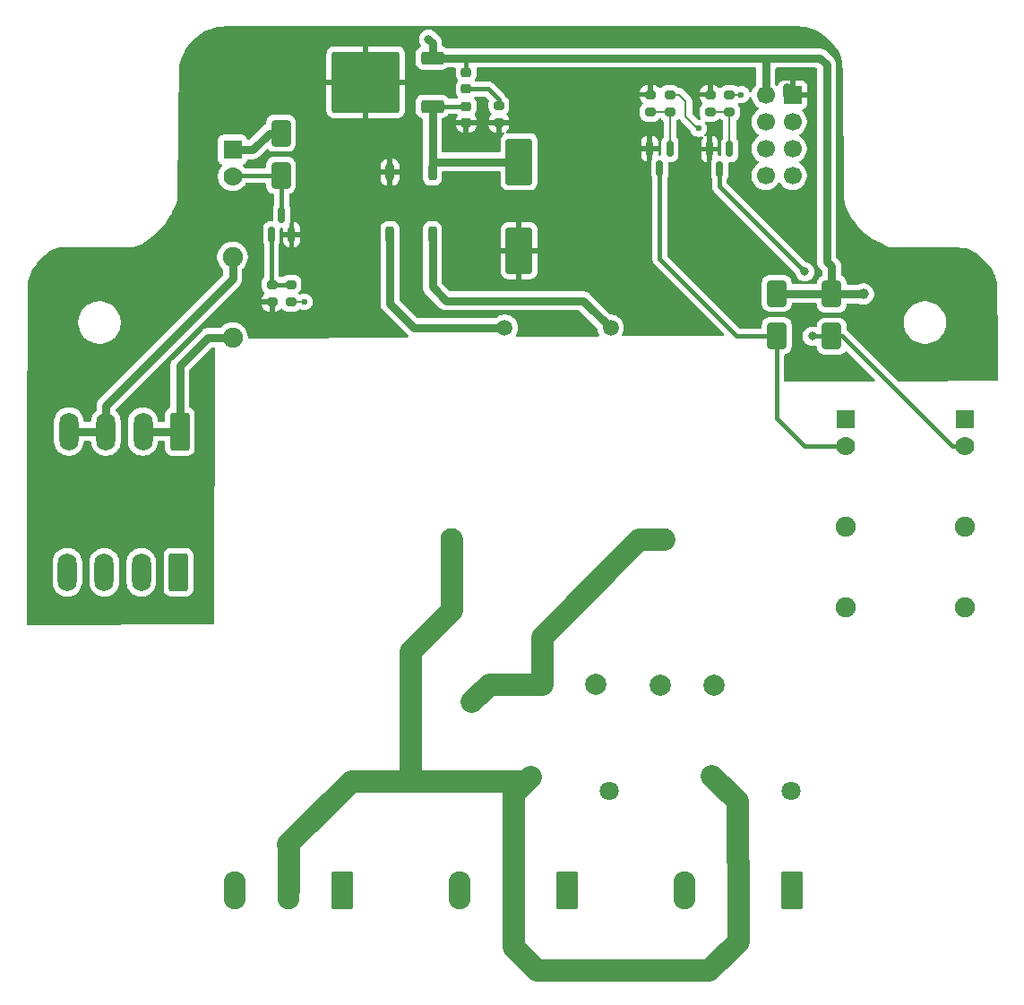
<source format=gbr>
%TF.GenerationSoftware,KiCad,Pcbnew,9.0.6*%
%TF.CreationDate,2025-11-29T13:29:22+01:00*%
%TF.ProjectId,AMN_230V_pcb,414d4e5f-3233-4305-965f-7063622e6b69,rev?*%
%TF.SameCoordinates,Original*%
%TF.FileFunction,Copper,L1,Top*%
%TF.FilePolarity,Positive*%
%FSLAX46Y46*%
G04 Gerber Fmt 4.6, Leading zero omitted, Abs format (unit mm)*
G04 Created by KiCad (PCBNEW 9.0.6) date 2025-11-29 13:29:22*
%MOMM*%
%LPD*%
G01*
G04 APERTURE LIST*
G04 Aperture macros list*
%AMRoundRect*
0 Rectangle with rounded corners*
0 $1 Rounding radius*
0 $2 $3 $4 $5 $6 $7 $8 $9 X,Y pos of 4 corners*
0 Add a 4 corners polygon primitive as box body*
4,1,4,$2,$3,$4,$5,$6,$7,$8,$9,$2,$3,0*
0 Add four circle primitives for the rounded corners*
1,1,$1+$1,$2,$3*
1,1,$1+$1,$4,$5*
1,1,$1+$1,$6,$7*
1,1,$1+$1,$8,$9*
0 Add four rect primitives between the rounded corners*
20,1,$1+$1,$2,$3,$4,$5,0*
20,1,$1+$1,$4,$5,$6,$7,0*
20,1,$1+$1,$6,$7,$8,$9,0*
20,1,$1+$1,$8,$9,$2,$3,0*%
G04 Aperture macros list end*
%TA.AperFunction,SMDPad,CuDef*%
%ADD10RoundRect,0.150000X0.150000X-0.587500X0.150000X0.587500X-0.150000X0.587500X-0.150000X-0.587500X0*%
%TD*%
%TA.AperFunction,SMDPad,CuDef*%
%ADD11RoundRect,0.200000X0.275000X-0.200000X0.275000X0.200000X-0.275000X0.200000X-0.275000X-0.200000X0*%
%TD*%
%TA.AperFunction,ComponentPad*%
%ADD12C,2.000000*%
%TD*%
%TA.AperFunction,ComponentPad*%
%ADD13R,1.778000X1.778000*%
%TD*%
%TA.AperFunction,ComponentPad*%
%ADD14C,1.778000*%
%TD*%
%TA.AperFunction,ComponentPad*%
%ADD15C,1.900000*%
%TD*%
%TA.AperFunction,SMDPad,CuDef*%
%ADD16RoundRect,0.250000X-0.650000X1.000000X-0.650000X-1.000000X0.650000X-1.000000X0.650000X1.000000X0*%
%TD*%
%TA.AperFunction,ComponentPad*%
%ADD17C,1.800000*%
%TD*%
%TA.AperFunction,ComponentPad*%
%ADD18R,1.700000X1.700000*%
%TD*%
%TA.AperFunction,ComponentPad*%
%ADD19C,1.700000*%
%TD*%
%TA.AperFunction,SMDPad,CuDef*%
%ADD20RoundRect,0.200000X-0.275000X0.200000X-0.275000X-0.200000X0.275000X-0.200000X0.275000X0.200000X0*%
%TD*%
%TA.AperFunction,ComponentPad*%
%ADD21RoundRect,0.249999X0.790001X1.550001X-0.790001X1.550001X-0.790001X-1.550001X0.790001X-1.550001X0*%
%TD*%
%TA.AperFunction,ComponentPad*%
%ADD22O,2.080000X3.600000*%
%TD*%
%TA.AperFunction,SMDPad,CuDef*%
%ADD23RoundRect,0.150000X-0.150000X0.587500X-0.150000X-0.587500X0.150000X-0.587500X0.150000X0.587500X0*%
%TD*%
%TA.AperFunction,SMDPad,CuDef*%
%ADD24RoundRect,0.225000X-0.250000X0.225000X-0.250000X-0.225000X0.250000X-0.225000X0.250000X0.225000X0*%
%TD*%
%TA.AperFunction,SMDPad,CuDef*%
%ADD25RoundRect,0.200000X-0.200000X0.562500X-0.200000X-0.562500X0.200000X-0.562500X0.200000X0.562500X0*%
%TD*%
%TA.AperFunction,ComponentPad*%
%ADD26RoundRect,0.250000X0.650000X1.550000X-0.650000X1.550000X-0.650000X-1.550000X0.650000X-1.550000X0*%
%TD*%
%TA.AperFunction,ComponentPad*%
%ADD27O,1.800000X3.600000*%
%TD*%
%TA.AperFunction,SMDPad,CuDef*%
%ADD28RoundRect,0.250000X-1.000000X1.950000X-1.000000X-1.950000X1.000000X-1.950000X1.000000X1.950000X0*%
%TD*%
%TA.AperFunction,ComponentPad*%
%ADD29C,2.100000*%
%TD*%
%TA.AperFunction,ComponentPad*%
%ADD30C,1.500000*%
%TD*%
%TA.AperFunction,SMDPad,CuDef*%
%ADD31RoundRect,0.225000X0.250000X-0.225000X0.250000X0.225000X-0.250000X0.225000X-0.250000X-0.225000X0*%
%TD*%
%TA.AperFunction,SMDPad,CuDef*%
%ADD32RoundRect,0.250000X0.850000X0.350000X-0.850000X0.350000X-0.850000X-0.350000X0.850000X-0.350000X0*%
%TD*%
%TA.AperFunction,SMDPad,CuDef*%
%ADD33RoundRect,0.249997X2.950003X2.650003X-2.950003X2.650003X-2.950003X-2.650003X2.950003X-2.650003X0*%
%TD*%
%TA.AperFunction,ViaPad*%
%ADD34C,0.600000*%
%TD*%
%TA.AperFunction,ViaPad*%
%ADD35C,0.800000*%
%TD*%
%TA.AperFunction,ViaPad*%
%ADD36C,1.000000*%
%TD*%
%TA.AperFunction,Conductor*%
%ADD37C,0.200000*%
%TD*%
%TA.AperFunction,Conductor*%
%ADD38C,0.400000*%
%TD*%
%TA.AperFunction,Conductor*%
%ADD39C,0.800000*%
%TD*%
%TA.AperFunction,Conductor*%
%ADD40C,2.100000*%
%TD*%
G04 APERTURE END LIST*
D10*
%TO.P,Q3,1,B*%
%TO.N,Net-(Q3-B)*%
X83600000Y-75025000D03*
%TO.P,Q3,2,E*%
%TO.N,GND*%
X85500000Y-75025000D03*
%TO.P,Q3,3,C*%
%TO.N,Net-(D3-A)*%
X84550000Y-73150000D03*
%TD*%
D11*
%TO.P,R2,1*%
%TO.N,Net-(Q2-B)*%
X125050000Y-63450000D03*
%TO.P,R2,2*%
%TO.N,GND*%
X125050000Y-61800000D03*
%TD*%
D12*
%TO.P,F2,1*%
%TO.N,Net-(J1-Pin_1)*%
X120310000Y-117650000D03*
%TO.P,F2,2*%
%TO.N,Net-(F2-Pad2)*%
X125390000Y-117650000D03*
%TD*%
D11*
%TO.P,R1,1*%
%TO.N,Net-(Q1-B)*%
X119400000Y-63450000D03*
%TO.P,R1,2*%
%TO.N,GND*%
X119400000Y-61800000D03*
%TD*%
D13*
%TO.P,K3,1*%
%TO.N,+12V*%
X79922500Y-66997500D03*
D14*
%TO.P,K3,2*%
%TO.N,Net-(D3-A)*%
X79922500Y-69537500D03*
D15*
%TO.P,K3,3*%
%TO.N,Net-(J4-Pin_3)*%
X79922500Y-77157500D03*
%TO.P,K3,4*%
%TO.N,Net-(J4-Pin_1)*%
X79922500Y-84777500D03*
%TD*%
D16*
%TO.P,D1,1,K*%
%TO.N,+12V*%
X131350000Y-80600000D03*
%TO.P,D1,2,A*%
%TO.N,Net-(D1-A)*%
X131350000Y-84600000D03*
%TD*%
D17*
%TO.P,V3,1*%
%TO.N,Net-(J1-Pin_2)*%
X101100000Y-126700000D03*
%TO.P,V3,2*%
%TO.N,Net-(F1-Pad2)*%
X102500000Y-119200000D03*
%TD*%
D18*
%TO.P,J5,1,Pin_1*%
%TO.N,GND*%
X132850000Y-61850000D03*
D19*
%TO.P,J5,2,Pin_2*%
%TO.N,+12V*%
X130310000Y-61850000D03*
%TO.P,J5,3,Pin_3*%
%TO.N,unconnected-(J5-Pin_3-Pad3)*%
X132850000Y-64390000D03*
%TO.P,J5,4,Pin_4*%
%TO.N,Net-(J5-Pin_4)*%
X130310000Y-64390000D03*
%TO.P,J5,5,Pin_5*%
%TO.N,unconnected-(J5-Pin_5-Pad5)*%
X132850000Y-66930000D03*
%TO.P,J5,6,Pin_6*%
%TO.N,Net-(J5-Pin_6)*%
X130310000Y-66930000D03*
%TO.P,J5,7,Pin_7*%
%TO.N,unconnected-(J5-Pin_7-Pad7)*%
X132850000Y-69470000D03*
%TO.P,J5,8,Pin_8*%
%TO.N,Net-(J5-Pin_8)*%
X130310000Y-69470000D03*
%TD*%
D12*
%TO.P,F1,1*%
%TO.N,Net-(J1-Pin_1)*%
X114240000Y-117550000D03*
%TO.P,F1,2*%
%TO.N,Net-(F1-Pad2)*%
X109160000Y-117550000D03*
%TD*%
D20*
%TO.P,R7,1*%
%TO.N,Net-(C3-Pad1)*%
X105100000Y-62825000D03*
%TO.P,R7,2*%
%TO.N,GND*%
X105100000Y-64475000D03*
%TD*%
%TO.P,R3,1*%
%TO.N,Net-(Q3-B)*%
X83650000Y-79750000D03*
%TO.P,R3,2*%
%TO.N,GND*%
X83650000Y-81400000D03*
%TD*%
D16*
%TO.P,D3,1,K*%
%TO.N,+12V*%
X84500000Y-65450000D03*
%TO.P,D3,2,A*%
%TO.N,Net-(D3-A)*%
X84500000Y-69450000D03*
%TD*%
D17*
%TO.P,V2,1*%
%TO.N,Net-(J3-Pin_1)*%
X132700000Y-127600000D03*
%TO.P,V2,2*%
%TO.N,Net-(J1-Pin_2)*%
X125200000Y-126200000D03*
%TD*%
D21*
%TO.P,J2,1,Pin_1*%
%TO.N,Net-(J2-Pin_1)*%
X111550000Y-137000000D03*
D22*
%TO.P,J2,2,Pin_2*%
%TO.N,Net-(J1-Pin_2)*%
X106470000Y-137000000D03*
%TO.P,J2,3,Pin_3*%
%TO.N,Net-(J1-Pin_3)*%
X101390000Y-137000000D03*
%TD*%
D23*
%TO.P,Q2,1,B*%
%TO.N,Net-(Q2-B)*%
X126900000Y-66962500D03*
%TO.P,Q2,2,E*%
%TO.N,GND*%
X125000000Y-66962500D03*
%TO.P,Q2,3,C*%
%TO.N,Net-(D2-A)*%
X125950000Y-68837500D03*
%TD*%
D24*
%TO.P,C2,1*%
%TO.N,Net-(D4-+)*%
X102000000Y-62900000D03*
%TO.P,C2,2*%
%TO.N,GND*%
X102000000Y-64450000D03*
%TD*%
D25*
%TO.P,D4,1,+*%
%TO.N,Net-(D4-+)*%
X98800000Y-69150000D03*
%TO.P,D4,2,-*%
%TO.N,GND*%
X94800000Y-69150000D03*
%TO.P,D4,3*%
%TO.N,Net-(D4-Pad3)*%
X94800000Y-75025000D03*
%TO.P,D4,4*%
%TO.N,Net-(D4-Pad4)*%
X98800000Y-75025000D03*
%TD*%
D26*
%TO.P,J6,1,Pin_1*%
%TO.N,unconnected-(J6-Pin_1-Pad1)*%
X74800000Y-106950000D03*
D27*
%TO.P,J6,2,Pin_2*%
%TO.N,unconnected-(J6-Pin_2-Pad2)*%
X71300000Y-106950000D03*
%TO.P,J6,3,Pin_3*%
%TO.N,unconnected-(J6-Pin_3-Pad3)*%
X67800000Y-106950000D03*
%TO.P,J6,4,Pin_4*%
%TO.N,unconnected-(J6-Pin_4-Pad4)*%
X64300000Y-106950000D03*
%TD*%
D20*
%TO.P,R6,1*%
%TO.N,Net-(Q3-B)*%
X85450000Y-79750000D03*
%TO.P,R6,2*%
%TO.N,Net-(J5-Pin_8)*%
X85450000Y-81400000D03*
%TD*%
D11*
%TO.P,R4,1*%
%TO.N,Net-(Q1-B)*%
X121250000Y-63450000D03*
%TO.P,R4,2*%
%TO.N,Net-(J5-Pin_6)*%
X121250000Y-61800000D03*
%TD*%
D23*
%TO.P,Q1,1,B*%
%TO.N,Net-(Q1-B)*%
X121250000Y-66925000D03*
%TO.P,Q1,2,E*%
%TO.N,GND*%
X119350000Y-66925000D03*
%TO.P,Q1,3,C*%
%TO.N,Net-(D1-A)*%
X120300000Y-68800000D03*
%TD*%
D13*
%TO.P,K2,1*%
%TO.N,+12V*%
X149150000Y-92470000D03*
D14*
%TO.P,K2,2*%
%TO.N,Net-(D2-A)*%
X149150000Y-95010000D03*
D15*
%TO.P,K2,3*%
%TO.N,Net-(F2-Pad2)*%
X149150000Y-102630000D03*
%TO.P,K2,4*%
%TO.N,Net-(J3-Pin_1)*%
X149150000Y-110250000D03*
%TD*%
D17*
%TO.P,V1,1*%
%TO.N,Net-(J2-Pin_1)*%
X115550000Y-127650000D03*
%TO.P,V1,2*%
%TO.N,Net-(J1-Pin_2)*%
X108050000Y-126250000D03*
%TD*%
D28*
%TO.P,C1,1*%
%TO.N,Net-(D4-+)*%
X107000000Y-68150000D03*
%TO.P,C1,2*%
%TO.N,GND*%
X107000000Y-76550000D03*
%TD*%
D21*
%TO.P,J3,1,Pin_1*%
%TO.N,Net-(J3-Pin_1)*%
X132750000Y-137000000D03*
D22*
%TO.P,J3,2,Pin_2*%
%TO.N,Net-(J1-Pin_2)*%
X127670000Y-137000000D03*
%TO.P,J3,3,Pin_3*%
%TO.N,Net-(J1-Pin_3)*%
X122590000Y-137000000D03*
%TD*%
D29*
%TO.P,T1,1*%
%TO.N,Net-(J1-Pin_2)*%
X100650000Y-103850000D03*
%TO.P,T1,2*%
%TO.N,Net-(F1-Pad2)*%
X120650000Y-103850000D03*
D30*
%TO.P,T1,3*%
%TO.N,Net-(D4-Pad3)*%
X105650000Y-83850000D03*
%TO.P,T1,4*%
%TO.N,Net-(D4-Pad4)*%
X115650000Y-83850000D03*
%TD*%
D31*
%TO.P,C3,1*%
%TO.N,Net-(C3-Pad1)*%
X102000000Y-61275000D03*
%TO.P,C3,2*%
%TO.N,+12V*%
X102000000Y-59725000D03*
%TD*%
D16*
%TO.P,D2,1,K*%
%TO.N,+12V*%
X136550000Y-80650000D03*
%TO.P,D2,2,A*%
%TO.N,Net-(D2-A)*%
X136550000Y-84650000D03*
%TD*%
D21*
%TO.P,J1,1,Pin_1*%
%TO.N,Net-(J1-Pin_1)*%
X90250000Y-137050000D03*
D22*
%TO.P,J1,2,Pin_2*%
%TO.N,Net-(J1-Pin_2)*%
X85170000Y-137050000D03*
%TO.P,J1,3,Pin_3*%
%TO.N,Net-(J1-Pin_3)*%
X80090000Y-137050000D03*
%TD*%
D11*
%TO.P,R5,1*%
%TO.N,Net-(Q2-B)*%
X126900000Y-63450000D03*
%TO.P,R5,2*%
%TO.N,Net-(J5-Pin_4)*%
X126900000Y-61800000D03*
%TD*%
D32*
%TO.P,U1,1,VI*%
%TO.N,Net-(D4-+)*%
X98800000Y-62910000D03*
D33*
%TO.P,U1,2,GND*%
%TO.N,GND*%
X92500000Y-60630000D03*
D32*
%TO.P,U1,3,VO*%
%TO.N,+12V*%
X98800000Y-58350000D03*
%TD*%
D26*
%TO.P,J4,1,Pin_1*%
%TO.N,Net-(J4-Pin_1)*%
X74950000Y-93650000D03*
D27*
%TO.P,J4,2,Pin_2*%
X71450000Y-93650000D03*
%TO.P,J4,3,Pin_3*%
%TO.N,Net-(J4-Pin_3)*%
X67950000Y-93650000D03*
%TO.P,J4,4,Pin_4*%
X64450000Y-93650000D03*
%TD*%
D13*
%TO.P,K1,1*%
%TO.N,+12V*%
X137872500Y-92470000D03*
D14*
%TO.P,K1,2*%
%TO.N,Net-(D1-A)*%
X137872500Y-95010000D03*
D15*
%TO.P,K1,3*%
%TO.N,Net-(F2-Pad2)*%
X137872500Y-102630000D03*
%TO.P,K1,4*%
%TO.N,Net-(J2-Pin_1)*%
X137872500Y-110250000D03*
%TD*%
D34*
%TO.N,Net-(J5-Pin_6)*%
X123950000Y-65000000D03*
%TO.N,Net-(J5-Pin_4)*%
X128000000Y-61800000D03*
D35*
%TO.N,+12V*%
X98450000Y-56550000D03*
D36*
X139550000Y-80650000D03*
D35*
%TO.N,Net-(D2-A)*%
X134700000Y-84650000D03*
X134000000Y-78550000D03*
D34*
%TO.N,Net-(J5-Pin_8)*%
X86700000Y-81400000D03*
%TD*%
D37*
%TO.N,Net-(J5-Pin_8)*%
X86700000Y-81400000D02*
X85450000Y-81400000D01*
D38*
%TO.N,Net-(D2-A)*%
X147910000Y-95010000D02*
X149150000Y-95010000D01*
X137550000Y-84650000D02*
X147910000Y-95010000D01*
X136550000Y-84650000D02*
X137550000Y-84650000D01*
D37*
%TO.N,Net-(Q1-B)*%
X121250000Y-63450000D02*
X121250000Y-66925000D01*
%TO.N,Net-(Q2-B)*%
X126900000Y-63450000D02*
X126900000Y-66962500D01*
%TO.N,Net-(J5-Pin_6)*%
X123850000Y-65000000D02*
X122750000Y-63900000D01*
X122150000Y-61800000D02*
X121250000Y-61800000D01*
X122750000Y-62400000D02*
X122150000Y-61800000D01*
X122750000Y-63900000D02*
X122750000Y-62400000D01*
%TO.N,Net-(J5-Pin_4)*%
X128000000Y-61800000D02*
X126900000Y-61800000D01*
D39*
%TO.N,Net-(D4-+)*%
X98800000Y-69150000D02*
X98800000Y-68050000D01*
X98900000Y-68150000D02*
X98800000Y-68050000D01*
X107000000Y-68150000D02*
X98900000Y-68150000D01*
D38*
X102000000Y-62900000D02*
X98810000Y-62900000D01*
D39*
X98800000Y-68050000D02*
X98800000Y-62910000D01*
%TO.N,GND*%
X132310000Y-61110000D02*
X132310000Y-61850000D01*
%TO.N,+12V*%
X139550000Y-80650000D02*
X136550000Y-80650000D01*
X84500000Y-65450000D02*
X83400000Y-65450000D01*
X98800000Y-58350000D02*
X102000000Y-58350000D01*
X136050000Y-58950000D02*
X136050000Y-77550000D01*
X102000000Y-58350000D02*
X135450000Y-58350000D01*
X81852500Y-66997500D02*
X79922500Y-66997500D01*
D38*
X102000000Y-59725000D02*
X102000000Y-58350000D01*
D39*
X131350000Y-80600000D02*
X136500000Y-80600000D01*
X83400000Y-65450000D02*
X81852500Y-66997500D01*
X98800000Y-58350000D02*
X98800000Y-56900000D01*
X98800000Y-56900000D02*
X98450000Y-56550000D01*
X136550000Y-78050000D02*
X136550000Y-80650000D01*
X136050000Y-77550000D02*
X136550000Y-78050000D01*
X135450000Y-58350000D02*
X136050000Y-58950000D01*
X130310000Y-58610000D02*
X130310000Y-61850000D01*
D38*
%TO.N,Net-(C3-Pad1)*%
X105100000Y-62825000D02*
X105100000Y-62300000D01*
X104075000Y-61275000D02*
X102000000Y-61275000D01*
X105100000Y-62300000D02*
X104075000Y-61275000D01*
%TO.N,Net-(D1-A)*%
X133960000Y-95010000D02*
X131350000Y-92400000D01*
X120300000Y-77350000D02*
X120300000Y-68800000D01*
X131350000Y-92400000D02*
X131350000Y-84600000D01*
X131350000Y-84600000D02*
X127550000Y-84600000D01*
X127550000Y-84600000D02*
X120300000Y-77350000D01*
X137872500Y-95010000D02*
X133960000Y-95010000D01*
%TO.N,Net-(D2-A)*%
X125950000Y-68837500D02*
X125950000Y-70500000D01*
X134700000Y-84650000D02*
X136550000Y-84650000D01*
X125950000Y-70500000D02*
X134000000Y-78550000D01*
%TO.N,Net-(D3-A)*%
X84550000Y-73150000D02*
X84550000Y-69500000D01*
X84500000Y-69450000D02*
X80010000Y-69450000D01*
D39*
%TO.N,Net-(D4-Pad3)*%
X97100000Y-83850000D02*
X94800000Y-81550000D01*
X94800000Y-81550000D02*
X94800000Y-75025000D01*
X105650000Y-83850000D02*
X97100000Y-83850000D01*
%TO.N,Net-(D4-Pad4)*%
X115650000Y-83850000D02*
X113100000Y-81300000D01*
X113100000Y-81300000D02*
X100100000Y-81300000D01*
X98800000Y-80000000D02*
X98800000Y-75025000D01*
X100100000Y-81300000D02*
X98800000Y-80000000D01*
D40*
%TO.N,Net-(F1-Pad2)*%
X109150000Y-114230000D02*
X109150000Y-113050000D01*
X109160000Y-117550000D02*
X109160000Y-114240000D01*
X109160000Y-117550000D02*
X104150000Y-117550000D01*
X118350000Y-103850000D02*
X120650000Y-103850000D01*
X109150000Y-113050000D02*
X118350000Y-103850000D01*
X104150000Y-117550000D02*
X102500000Y-119200000D01*
%TO.N,Net-(J1-Pin_2)*%
X108700000Y-144550000D02*
X124950000Y-144550000D01*
X127670000Y-134320000D02*
X127600000Y-134250000D01*
X96750000Y-114450000D02*
X96750000Y-126700000D01*
X85150000Y-132710000D02*
X85170000Y-132730000D01*
X107600000Y-126700000D02*
X108050000Y-126250000D01*
X95050000Y-126700000D02*
X91100000Y-126700000D01*
X100650000Y-110550000D02*
X96750000Y-114450000D01*
X91100000Y-126700000D02*
X85150000Y-132650000D01*
X106470000Y-128120000D02*
X106470000Y-137000000D01*
X106470000Y-142320000D02*
X108700000Y-144550000D01*
X106470000Y-137000000D02*
X106470000Y-142320000D01*
X127670000Y-141830000D02*
X127670000Y-137000000D01*
X124950000Y-144550000D02*
X127670000Y-141830000D01*
X106450000Y-128100000D02*
X106470000Y-128120000D01*
X96750000Y-126700000D02*
X95050000Y-126700000D01*
X108050000Y-126250000D02*
X106450000Y-127850000D01*
X85150000Y-132650000D02*
X85150000Y-132710000D01*
X127600000Y-128600000D02*
X125200000Y-126200000D01*
X101100000Y-126700000D02*
X107600000Y-126700000D01*
X127600000Y-134250000D02*
X127600000Y-128600000D01*
X127670000Y-137000000D02*
X127670000Y-134320000D01*
X85170000Y-132730000D02*
X85170000Y-137050000D01*
X100650000Y-103850000D02*
X100650000Y-110550000D01*
X106450000Y-127850000D02*
X106450000Y-128100000D01*
X95050000Y-126700000D02*
X101100000Y-126700000D01*
D39*
%TO.N,Net-(J4-Pin_3)*%
X67950000Y-91200000D02*
X79922500Y-79227500D01*
X79922500Y-79227500D02*
X79922500Y-77157500D01*
X67950000Y-93650000D02*
X64450000Y-93650000D01*
X67950000Y-93650000D02*
X67950000Y-91200000D01*
%TO.N,Net-(J4-Pin_1)*%
X77622500Y-84777500D02*
X79922500Y-84777500D01*
X74950000Y-87450000D02*
X77622500Y-84777500D01*
X74950000Y-93650000D02*
X71450000Y-93650000D01*
X74950000Y-93650000D02*
X74950000Y-87450000D01*
D37*
%TO.N,Net-(Q1-B)*%
X119400000Y-63450000D02*
X121250000Y-63450000D01*
%TO.N,Net-(Q2-B)*%
X125050000Y-63450000D02*
X126900000Y-63450000D01*
D38*
%TO.N,Net-(Q3-B)*%
X83600000Y-75025000D02*
X83600000Y-79700000D01*
X85450000Y-79750000D02*
X83650000Y-79750000D01*
%TD*%
%TA.AperFunction,Conductor*%
%TO.N,GND*%
G36*
X133298549Y-55356027D02*
G01*
X133298577Y-55356035D01*
X133361783Y-55356034D01*
X133367177Y-55356152D01*
X133751241Y-55372917D01*
X133761975Y-55373857D01*
X134001161Y-55405345D01*
X134009384Y-55406428D01*
X134011592Y-55406739D01*
X134029880Y-55409482D01*
X134176229Y-55431434D01*
X134184576Y-55432983D01*
X134333247Y-55465941D01*
X134354088Y-55472536D01*
X134898227Y-55699261D01*
X134901778Y-55700808D01*
X135231186Y-55850539D01*
X135435922Y-55943601D01*
X135462072Y-55959658D01*
X136194640Y-56545712D01*
X136204859Y-56554859D01*
X136497070Y-56847070D01*
X136502709Y-56853096D01*
X136849041Y-57248904D01*
X136850980Y-57251176D01*
X136904322Y-57315187D01*
X137090786Y-57538943D01*
X137106436Y-57562872D01*
X137345408Y-58040817D01*
X137353016Y-58059804D01*
X137546197Y-58687640D01*
X137551171Y-58712881D01*
X137649514Y-59794662D01*
X137650022Y-59805360D01*
X137699999Y-71549993D01*
X137700000Y-71550002D01*
X137899998Y-72449994D01*
X137899999Y-72449997D01*
X137900000Y-72450000D01*
X138400000Y-73400000D01*
X138692652Y-73790203D01*
X138982979Y-74177306D01*
X139000000Y-74200000D01*
X139700000Y-75000000D01*
X140450000Y-75500000D01*
X140450006Y-75500003D01*
X140450010Y-75500005D01*
X140841895Y-75678134D01*
X140923147Y-75715067D01*
X140999116Y-75749598D01*
X141000823Y-75750390D01*
X141950000Y-76200000D01*
X148044838Y-76200000D01*
X148055136Y-76200428D01*
X149224710Y-76297892D01*
X149272428Y-76311873D01*
X149994733Y-76694270D01*
X150090163Y-76744792D01*
X150108755Y-76756879D01*
X150796738Y-77297437D01*
X150803063Y-77302756D01*
X151269441Y-77722497D01*
X151284851Y-77739164D01*
X151341251Y-77812666D01*
X151446952Y-77950419D01*
X151453157Y-77959280D01*
X151658251Y-78281215D01*
X151663659Y-78290583D01*
X151839907Y-78629154D01*
X151844479Y-78638959D01*
X151860407Y-78677413D01*
X151978035Y-78961395D01*
X151990548Y-78991603D01*
X151994247Y-79001766D01*
X152093385Y-79316196D01*
X152109027Y-79365805D01*
X152111826Y-79376253D01*
X152138640Y-79497205D01*
X152147061Y-79535188D01*
X152150000Y-79562026D01*
X152150000Y-80050000D01*
X152267519Y-85220869D01*
X152267551Y-85223591D01*
X152270231Y-88726961D01*
X152250598Y-88794016D01*
X152197829Y-88839811D01*
X152146875Y-88851054D01*
X142842056Y-88899391D01*
X142774915Y-88880055D01*
X142753731Y-88863074D01*
X137996542Y-84105884D01*
X137995828Y-84105298D01*
X137995554Y-84104896D01*
X137992236Y-84101578D01*
X137992865Y-84100948D01*
X137956497Y-84047550D01*
X137950499Y-84009450D01*
X137950499Y-83599998D01*
X137950498Y-83599981D01*
X137939999Y-83497203D01*
X137939998Y-83497200D01*
X137923431Y-83447204D01*
X137884814Y-83330666D01*
X137815859Y-83218872D01*
X143349500Y-83218872D01*
X143349500Y-83481127D01*
X143365149Y-83599983D01*
X143383730Y-83741116D01*
X143439844Y-83950536D01*
X143451602Y-83994418D01*
X143451605Y-83994428D01*
X143551953Y-84236690D01*
X143551958Y-84236700D01*
X143683075Y-84463803D01*
X143842718Y-84671851D01*
X143842726Y-84671860D01*
X144028140Y-84857274D01*
X144028148Y-84857281D01*
X144236196Y-85016924D01*
X144463299Y-85148041D01*
X144463309Y-85148046D01*
X144705571Y-85248394D01*
X144705581Y-85248398D01*
X144958884Y-85316270D01*
X145218880Y-85350500D01*
X145218887Y-85350500D01*
X145481113Y-85350500D01*
X145481120Y-85350500D01*
X145741116Y-85316270D01*
X145994419Y-85248398D01*
X146236697Y-85148043D01*
X146463803Y-85016924D01*
X146671851Y-84857282D01*
X146671855Y-84857277D01*
X146671860Y-84857274D01*
X146857274Y-84671860D01*
X146857277Y-84671855D01*
X146857282Y-84671851D01*
X147016924Y-84463803D01*
X147148043Y-84236697D01*
X147248398Y-83994419D01*
X147316270Y-83741116D01*
X147350500Y-83481120D01*
X147350500Y-83218880D01*
X147316270Y-82958884D01*
X147248398Y-82705581D01*
X147242407Y-82691117D01*
X147148046Y-82463309D01*
X147148041Y-82463299D01*
X147016924Y-82236196D01*
X146862681Y-82035185D01*
X146857282Y-82028149D01*
X146857281Y-82028148D01*
X146857274Y-82028140D01*
X146671860Y-81842726D01*
X146671851Y-81842718D01*
X146463803Y-81683075D01*
X146236700Y-81551958D01*
X146236690Y-81551953D01*
X145994428Y-81451605D01*
X145994421Y-81451603D01*
X145994419Y-81451602D01*
X145741116Y-81383730D01*
X145683339Y-81376123D01*
X145481127Y-81349500D01*
X145481120Y-81349500D01*
X145218880Y-81349500D01*
X145218872Y-81349500D01*
X144987772Y-81379926D01*
X144958884Y-81383730D01*
X144796890Y-81427136D01*
X144705581Y-81451602D01*
X144705571Y-81451605D01*
X144463309Y-81551953D01*
X144463299Y-81551958D01*
X144236196Y-81683075D01*
X144028148Y-81842718D01*
X143842718Y-82028148D01*
X143683075Y-82236196D01*
X143551958Y-82463299D01*
X143551953Y-82463309D01*
X143451605Y-82705571D01*
X143451602Y-82705581D01*
X143383730Y-82958884D01*
X143382900Y-82965186D01*
X143349500Y-83218872D01*
X137815859Y-83218872D01*
X137792712Y-83181344D01*
X137668656Y-83057288D01*
X137519334Y-82965186D01*
X137352797Y-82910001D01*
X137352795Y-82910000D01*
X137250010Y-82899500D01*
X135849998Y-82899500D01*
X135849981Y-82899501D01*
X135747203Y-82910000D01*
X135747200Y-82910001D01*
X135580668Y-82965185D01*
X135580663Y-82965187D01*
X135431342Y-83057289D01*
X135307289Y-83181342D01*
X135215187Y-83330663D01*
X135215185Y-83330668D01*
X135202162Y-83369970D01*
X135160001Y-83497203D01*
X135160001Y-83497204D01*
X135160000Y-83497204D01*
X135149500Y-83599983D01*
X135149500Y-83675916D01*
X135129815Y-83742955D01*
X135077011Y-83788710D01*
X135007853Y-83798654D01*
X134978050Y-83790478D01*
X134962667Y-83784106D01*
X134962658Y-83784103D01*
X134788694Y-83749500D01*
X134788691Y-83749500D01*
X134611309Y-83749500D01*
X134611306Y-83749500D01*
X134437341Y-83784103D01*
X134437332Y-83784106D01*
X134273459Y-83851983D01*
X134273446Y-83851990D01*
X134125965Y-83950535D01*
X134125961Y-83950538D01*
X134000538Y-84075961D01*
X134000535Y-84075965D01*
X133901990Y-84223446D01*
X133901983Y-84223459D01*
X133834106Y-84387332D01*
X133834103Y-84387341D01*
X133799500Y-84561304D01*
X133799500Y-84738695D01*
X133834103Y-84912658D01*
X133834106Y-84912667D01*
X133901983Y-85076540D01*
X133901990Y-85076553D01*
X134000535Y-85224034D01*
X134000538Y-85224038D01*
X134125961Y-85349461D01*
X134125965Y-85349464D01*
X134273446Y-85448009D01*
X134273459Y-85448016D01*
X134396363Y-85498923D01*
X134437334Y-85515894D01*
X134437336Y-85515894D01*
X134437341Y-85515896D01*
X134611304Y-85550499D01*
X134611307Y-85550500D01*
X134611309Y-85550500D01*
X134788693Y-85550500D01*
X134788694Y-85550499D01*
X134875025Y-85533327D01*
X134962658Y-85515896D01*
X134962661Y-85515894D01*
X134962666Y-85515894D01*
X134978047Y-85509522D01*
X135047515Y-85502053D01*
X135109994Y-85533327D01*
X135145648Y-85593415D01*
X135149500Y-85624081D01*
X135149500Y-85700000D01*
X135149501Y-85700019D01*
X135160000Y-85802796D01*
X135160001Y-85802799D01*
X135198618Y-85919336D01*
X135215186Y-85969334D01*
X135307288Y-86118656D01*
X135431344Y-86242712D01*
X135580666Y-86334814D01*
X135747203Y-86389999D01*
X135849991Y-86400500D01*
X137250008Y-86400499D01*
X137352797Y-86389999D01*
X137519334Y-86334814D01*
X137668656Y-86242712D01*
X137792712Y-86118656D01*
X137800143Y-86106607D01*
X137852088Y-86059883D01*
X137921050Y-86048658D01*
X137985133Y-86076499D01*
X137993364Y-86084021D01*
X140609107Y-88699764D01*
X140642592Y-88761087D01*
X140637608Y-88830779D01*
X140595736Y-88886712D01*
X140530272Y-88911129D01*
X140522070Y-88911443D01*
X133100014Y-88949999D01*
X132177083Y-88969226D01*
X132109648Y-88950942D01*
X132062803Y-88899102D01*
X132050500Y-88845253D01*
X132050500Y-86462162D01*
X132070185Y-86395123D01*
X132122989Y-86349368D01*
X132148552Y-86340907D01*
X132152788Y-86339999D01*
X132152797Y-86339999D01*
X132319334Y-86284814D01*
X132468656Y-86192712D01*
X132592712Y-86068656D01*
X132684814Y-85919334D01*
X132739999Y-85752797D01*
X132750500Y-85650009D01*
X132750499Y-83549992D01*
X132739999Y-83447203D01*
X132684814Y-83280666D01*
X132592712Y-83131344D01*
X132468656Y-83007288D01*
X132319334Y-82915186D01*
X132152797Y-82860001D01*
X132152795Y-82860000D01*
X132050010Y-82849500D01*
X130649998Y-82849500D01*
X130649981Y-82849501D01*
X130547203Y-82860000D01*
X130547200Y-82860001D01*
X130380668Y-82915185D01*
X130380663Y-82915187D01*
X130231342Y-83007289D01*
X130107289Y-83131342D01*
X130015187Y-83280663D01*
X130015185Y-83280668D01*
X129998617Y-83330668D01*
X129960001Y-83447203D01*
X129960001Y-83447204D01*
X129960000Y-83447204D01*
X129949500Y-83549983D01*
X129949500Y-83775500D01*
X129929815Y-83842539D01*
X129877011Y-83888294D01*
X129825500Y-83899500D01*
X127891518Y-83899500D01*
X127824479Y-83879815D01*
X127803837Y-83863181D01*
X121036819Y-77096162D01*
X121003334Y-77034839D01*
X121000500Y-77008481D01*
X121000500Y-69768469D01*
X121017768Y-69705348D01*
X121051744Y-69647898D01*
X121086704Y-69527567D01*
X121097597Y-69490073D01*
X121097598Y-69490067D01*
X121100499Y-69453201D01*
X121100500Y-69453194D01*
X121100500Y-68287000D01*
X121120185Y-68219961D01*
X121172989Y-68174206D01*
X121224500Y-68163000D01*
X121465686Y-68163000D01*
X121465694Y-68163000D01*
X121502569Y-68160098D01*
X121502571Y-68160097D01*
X121502573Y-68160097D01*
X121580382Y-68137491D01*
X121660398Y-68114244D01*
X121801865Y-68030581D01*
X121918081Y-67914365D01*
X122001744Y-67772898D01*
X122043534Y-67629056D01*
X122047430Y-67615649D01*
X124200000Y-67615649D01*
X124202899Y-67652489D01*
X124202900Y-67652495D01*
X124248716Y-67810193D01*
X124248717Y-67810196D01*
X124332314Y-67951552D01*
X124332321Y-67951561D01*
X124448438Y-68067678D01*
X124448447Y-68067685D01*
X124589801Y-68151281D01*
X124747514Y-68197100D01*
X124747511Y-68197100D01*
X124749998Y-68197295D01*
X124750000Y-68197295D01*
X124750000Y-67212500D01*
X124200000Y-67212500D01*
X124200000Y-67615649D01*
X122047430Y-67615649D01*
X122047597Y-67615073D01*
X122047598Y-67615067D01*
X122048823Y-67599500D01*
X122050500Y-67578194D01*
X122050500Y-66271806D01*
X122047598Y-66234931D01*
X122046440Y-66230946D01*
X122001745Y-66077106D01*
X122001744Y-66077103D01*
X122001744Y-66077102D01*
X121918081Y-65935635D01*
X121918079Y-65935633D01*
X121918076Y-65935629D01*
X121886819Y-65904372D01*
X121853334Y-65843049D01*
X121850500Y-65816691D01*
X121850500Y-64341715D01*
X121852217Y-64335866D01*
X121851066Y-64329880D01*
X121861947Y-64302729D01*
X121870185Y-64274676D01*
X121875369Y-64269240D01*
X121877059Y-64265025D01*
X121891922Y-64251886D01*
X121902612Y-64240680D01*
X121906386Y-64237994D01*
X121960185Y-64205472D01*
X122018855Y-64146801D01*
X122080174Y-64113318D01*
X122149866Y-64118302D01*
X122205800Y-64160172D01*
X122213918Y-64172478D01*
X122216097Y-64176253D01*
X122219357Y-64181898D01*
X122219358Y-64181904D01*
X122219360Y-64181904D01*
X122259763Y-64251886D01*
X122269479Y-64268714D01*
X122269481Y-64268717D01*
X122388349Y-64387585D01*
X122388355Y-64387590D01*
X123140256Y-65139491D01*
X123173741Y-65200814D01*
X123174192Y-65202980D01*
X123180261Y-65233491D01*
X123180263Y-65233499D01*
X123240602Y-65379172D01*
X123240609Y-65379185D01*
X123328210Y-65510288D01*
X123328213Y-65510292D01*
X123439707Y-65621786D01*
X123439711Y-65621789D01*
X123570814Y-65709390D01*
X123570827Y-65709397D01*
X123672607Y-65751555D01*
X123716503Y-65769737D01*
X123871153Y-65800499D01*
X123871156Y-65800500D01*
X123871158Y-65800500D01*
X124028844Y-65800500D01*
X124028845Y-65800499D01*
X124183497Y-65769737D01*
X124209361Y-65759023D01*
X124278827Y-65751555D01*
X124341307Y-65782829D01*
X124376960Y-65842918D01*
X124374467Y-65912743D01*
X124344496Y-65961264D01*
X124332319Y-65973441D01*
X124332314Y-65973447D01*
X124248717Y-66114803D01*
X124248716Y-66114806D01*
X124202900Y-66272504D01*
X124202899Y-66272510D01*
X124200000Y-66309350D01*
X124200000Y-66712500D01*
X124750000Y-66712500D01*
X125250000Y-66712500D01*
X125800000Y-66712500D01*
X125800000Y-66309365D01*
X125799999Y-66309350D01*
X125797100Y-66272510D01*
X125797099Y-66272504D01*
X125751283Y-66114806D01*
X125751282Y-66114803D01*
X125667685Y-65973447D01*
X125667678Y-65973438D01*
X125551561Y-65857321D01*
X125551552Y-65857314D01*
X125410196Y-65773717D01*
X125410193Y-65773716D01*
X125252494Y-65727900D01*
X125252497Y-65727900D01*
X125250000Y-65727703D01*
X125250000Y-66712500D01*
X124750000Y-66712500D01*
X124750000Y-65727703D01*
X124747507Y-65727900D01*
X124656882Y-65754229D01*
X124587013Y-65754029D01*
X124528343Y-65716086D01*
X124499500Y-65652448D01*
X124509642Y-65583318D01*
X124534608Y-65547470D01*
X124571786Y-65510292D01*
X124571789Y-65510289D01*
X124659394Y-65379179D01*
X124719737Y-65233497D01*
X124750500Y-65078842D01*
X124750500Y-64921158D01*
X124750500Y-64921155D01*
X124750499Y-64921153D01*
X124730897Y-64822607D01*
X124719737Y-64766503D01*
X124713123Y-64750536D01*
X124659397Y-64620827D01*
X124659390Y-64620814D01*
X124607506Y-64543165D01*
X124586628Y-64476488D01*
X124605112Y-64409108D01*
X124657091Y-64362417D01*
X124715574Y-64350538D01*
X124715574Y-64350500D01*
X124715763Y-64350500D01*
X124716245Y-64350402D01*
X124718369Y-64350498D01*
X124718384Y-64350500D01*
X124718398Y-64350500D01*
X125381613Y-64350500D01*
X125381616Y-64350500D01*
X125452196Y-64344086D01*
X125614606Y-64293478D01*
X125760185Y-64205472D01*
X125818853Y-64146804D01*
X125878839Y-64086819D01*
X125905766Y-64072115D01*
X125931585Y-64055523D01*
X125937785Y-64054631D01*
X125940162Y-64053334D01*
X125966520Y-64050500D01*
X125983480Y-64050500D01*
X126050519Y-64070185D01*
X126071161Y-64086819D01*
X126189811Y-64205469D01*
X126189813Y-64205470D01*
X126189815Y-64205472D01*
X126239650Y-64235598D01*
X126286838Y-64287126D01*
X126299500Y-64341715D01*
X126299500Y-65854191D01*
X126279815Y-65921230D01*
X126263181Y-65941872D01*
X126231923Y-65973129D01*
X126231917Y-65973137D01*
X126148255Y-66114603D01*
X126148254Y-66114606D01*
X126102402Y-66272426D01*
X126102401Y-66272432D01*
X126099500Y-66309298D01*
X126099500Y-67475500D01*
X126096949Y-67484185D01*
X126098238Y-67493147D01*
X126087259Y-67517187D01*
X126079815Y-67542539D01*
X126072974Y-67548466D01*
X126069213Y-67556703D01*
X126046978Y-67570992D01*
X126027011Y-67588294D01*
X126016496Y-67590581D01*
X126010435Y-67594477D01*
X125975500Y-67599500D01*
X125924000Y-67599500D01*
X125856961Y-67579815D01*
X125811206Y-67527011D01*
X125800000Y-67475500D01*
X125800000Y-67212500D01*
X125250000Y-67212500D01*
X125250000Y-67868184D01*
X125232733Y-67931304D01*
X125198254Y-67989605D01*
X125198254Y-67989606D01*
X125152402Y-68147426D01*
X125152401Y-68147432D01*
X125149500Y-68184298D01*
X125149500Y-69490701D01*
X125152401Y-69527567D01*
X125152402Y-69527573D01*
X125198254Y-69685393D01*
X125198255Y-69685396D01*
X125198256Y-69685398D01*
X125210054Y-69705348D01*
X125232232Y-69742848D01*
X125249500Y-69805969D01*
X125249500Y-70431006D01*
X125249500Y-70568994D01*
X125249500Y-70568996D01*
X125249499Y-70568996D01*
X125276418Y-70704322D01*
X125276421Y-70704332D01*
X125329222Y-70831807D01*
X125405887Y-70946545D01*
X125405888Y-70946546D01*
X133073266Y-78613923D01*
X133106751Y-78675246D01*
X133107202Y-78677413D01*
X133134103Y-78812658D01*
X133134106Y-78812667D01*
X133201983Y-78976540D01*
X133201990Y-78976553D01*
X133300535Y-79124034D01*
X133300538Y-79124038D01*
X133425961Y-79249461D01*
X133425965Y-79249464D01*
X133573446Y-79348009D01*
X133573459Y-79348016D01*
X133696363Y-79398923D01*
X133737334Y-79415894D01*
X133737336Y-79415894D01*
X133737341Y-79415896D01*
X133911304Y-79450499D01*
X133911307Y-79450500D01*
X133911309Y-79450500D01*
X134088693Y-79450500D01*
X134088694Y-79450499D01*
X134146682Y-79438964D01*
X134262658Y-79415896D01*
X134262661Y-79415894D01*
X134262666Y-79415894D01*
X134426547Y-79348013D01*
X134574035Y-79249464D01*
X134699464Y-79124035D01*
X134798013Y-78976547D01*
X134865894Y-78812666D01*
X134867790Y-78803137D01*
X134900136Y-78640521D01*
X134900500Y-78638691D01*
X134900500Y-78461309D01*
X134900500Y-78461306D01*
X134900499Y-78461304D01*
X134865896Y-78287341D01*
X134865893Y-78287332D01*
X134865251Y-78285783D01*
X134848923Y-78246363D01*
X134798016Y-78123459D01*
X134798009Y-78123446D01*
X134699464Y-77975965D01*
X134699461Y-77975961D01*
X134574038Y-77850538D01*
X134574034Y-77850535D01*
X134426553Y-77751990D01*
X134426540Y-77751983D01*
X134262667Y-77684106D01*
X134262658Y-77684103D01*
X134127413Y-77657202D01*
X134065502Y-77624817D01*
X134063923Y-77623266D01*
X126686819Y-70246162D01*
X126653334Y-70184839D01*
X126650500Y-70158481D01*
X126650500Y-69805969D01*
X126667768Y-69742848D01*
X126672677Y-69734547D01*
X126701744Y-69685398D01*
X126747598Y-69527569D01*
X126750500Y-69490694D01*
X126750500Y-68324500D01*
X126770185Y-68257461D01*
X126822989Y-68211706D01*
X126874500Y-68200500D01*
X127115686Y-68200500D01*
X127115694Y-68200500D01*
X127152569Y-68197598D01*
X127152571Y-68197597D01*
X127152573Y-68197597D01*
X127233084Y-68174206D01*
X127310398Y-68151744D01*
X127451865Y-68068081D01*
X127568081Y-67951865D01*
X127651744Y-67810398D01*
X127697598Y-67652569D01*
X127700500Y-67615694D01*
X127700500Y-66309306D01*
X127697598Y-66272431D01*
X127697429Y-66271850D01*
X127651745Y-66114606D01*
X127651744Y-66114603D01*
X127651744Y-66114602D01*
X127568081Y-65973135D01*
X127568079Y-65973133D01*
X127568076Y-65973129D01*
X127536819Y-65941872D01*
X127503334Y-65880549D01*
X127500500Y-65854191D01*
X127500500Y-64341715D01*
X127520185Y-64274676D01*
X127560349Y-64235598D01*
X127610185Y-64205472D01*
X127730472Y-64085185D01*
X127818478Y-63939606D01*
X127869086Y-63777196D01*
X127875500Y-63706616D01*
X127875500Y-63193384D01*
X127869086Y-63122804D01*
X127818478Y-62960394D01*
X127730472Y-62814815D01*
X127730470Y-62814813D01*
X127730469Y-62814811D01*
X127704641Y-62788983D01*
X127671156Y-62727660D01*
X127676140Y-62657968D01*
X127718012Y-62602035D01*
X127783476Y-62577618D01*
X127816514Y-62579685D01*
X127921155Y-62600500D01*
X127921158Y-62600500D01*
X128078844Y-62600500D01*
X128078845Y-62600499D01*
X128233497Y-62569737D01*
X128379179Y-62509394D01*
X128510289Y-62421789D01*
X128621789Y-62310289D01*
X128709394Y-62179179D01*
X128709395Y-62179176D01*
X128709397Y-62179173D01*
X128747602Y-62086936D01*
X128791442Y-62032532D01*
X128857736Y-62010467D01*
X128925436Y-62027746D01*
X128973046Y-62078883D01*
X128984636Y-62114990D01*
X128986569Y-62127196D01*
X128992754Y-62166243D01*
X129057758Y-62366305D01*
X129058444Y-62368414D01*
X129154951Y-62557820D01*
X129279890Y-62729786D01*
X129430213Y-62880109D01*
X129602182Y-63005050D01*
X129610946Y-63009516D01*
X129661742Y-63057491D01*
X129678536Y-63125312D01*
X129655998Y-63191447D01*
X129610946Y-63230484D01*
X129602182Y-63234949D01*
X129430213Y-63359890D01*
X129279890Y-63510213D01*
X129154951Y-63682179D01*
X129058444Y-63871585D01*
X128992753Y-64073760D01*
X128959500Y-64283713D01*
X128959500Y-64496286D01*
X128984160Y-64651987D01*
X128992754Y-64706243D01*
X129023902Y-64802107D01*
X129058444Y-64908414D01*
X129154951Y-65097820D01*
X129279890Y-65269786D01*
X129430213Y-65420109D01*
X129602182Y-65545050D01*
X129610946Y-65549516D01*
X129661742Y-65597491D01*
X129678536Y-65665312D01*
X129655998Y-65731447D01*
X129610946Y-65770484D01*
X129602182Y-65774949D01*
X129430213Y-65899890D01*
X129279890Y-66050213D01*
X129154951Y-66222179D01*
X129058444Y-66411585D01*
X128992753Y-66613760D01*
X128959500Y-66823713D01*
X128959500Y-67036286D01*
X128987409Y-67212500D01*
X128992754Y-67246243D01*
X128993812Y-67249500D01*
X129058444Y-67448414D01*
X129154951Y-67637820D01*
X129279890Y-67809786D01*
X129430213Y-67960109D01*
X129602182Y-68085050D01*
X129610946Y-68089516D01*
X129661742Y-68137491D01*
X129678536Y-68205312D01*
X129655998Y-68271447D01*
X129610946Y-68310484D01*
X129602182Y-68314949D01*
X129430213Y-68439890D01*
X129279890Y-68590213D01*
X129154951Y-68762179D01*
X129058444Y-68951585D01*
X128992753Y-69153760D01*
X128959500Y-69363713D01*
X128959500Y-69576286D01*
X128990505Y-69772047D01*
X128992754Y-69786243D01*
X129017653Y-69862875D01*
X129058444Y-69988414D01*
X129154951Y-70177820D01*
X129279890Y-70349786D01*
X129430213Y-70500109D01*
X129602179Y-70625048D01*
X129602181Y-70625049D01*
X129602184Y-70625051D01*
X129791588Y-70721557D01*
X129993757Y-70787246D01*
X130203713Y-70820500D01*
X130203714Y-70820500D01*
X130416286Y-70820500D01*
X130416287Y-70820500D01*
X130626243Y-70787246D01*
X130828412Y-70721557D01*
X131017816Y-70625051D01*
X131039789Y-70609086D01*
X131189786Y-70500109D01*
X131189788Y-70500106D01*
X131189792Y-70500104D01*
X131340104Y-70349792D01*
X131340106Y-70349788D01*
X131340109Y-70349786D01*
X131449086Y-70199789D01*
X131465051Y-70177816D01*
X131469514Y-70169054D01*
X131517488Y-70118259D01*
X131585308Y-70101463D01*
X131651444Y-70123999D01*
X131690486Y-70169056D01*
X131694951Y-70177820D01*
X131819890Y-70349786D01*
X131970213Y-70500109D01*
X132142179Y-70625048D01*
X132142181Y-70625049D01*
X132142184Y-70625051D01*
X132331588Y-70721557D01*
X132533757Y-70787246D01*
X132743713Y-70820500D01*
X132743714Y-70820500D01*
X132956286Y-70820500D01*
X132956287Y-70820500D01*
X133166243Y-70787246D01*
X133368412Y-70721557D01*
X133557816Y-70625051D01*
X133579789Y-70609086D01*
X133729786Y-70500109D01*
X133729788Y-70500106D01*
X133729792Y-70500104D01*
X133880104Y-70349792D01*
X133880106Y-70349788D01*
X133880109Y-70349786D01*
X133989086Y-70199789D01*
X134005051Y-70177816D01*
X134101557Y-69988412D01*
X134167246Y-69786243D01*
X134200500Y-69576287D01*
X134200500Y-69363713D01*
X134167246Y-69153757D01*
X134101557Y-68951588D01*
X134005051Y-68762184D01*
X134005049Y-68762181D01*
X134005048Y-68762179D01*
X133880109Y-68590213D01*
X133729786Y-68439890D01*
X133557820Y-68314951D01*
X133557115Y-68314591D01*
X133549054Y-68310485D01*
X133498259Y-68262512D01*
X133481463Y-68194692D01*
X133503999Y-68128556D01*
X133549054Y-68089515D01*
X133557816Y-68085051D01*
X133581728Y-68067678D01*
X133729786Y-67960109D01*
X133729788Y-67960106D01*
X133729792Y-67960104D01*
X133880104Y-67809792D01*
X133880106Y-67809788D01*
X133880109Y-67809786D01*
X133994386Y-67652495D01*
X134005051Y-67637816D01*
X134101557Y-67448412D01*
X134167246Y-67246243D01*
X134200500Y-67036287D01*
X134200500Y-66823713D01*
X134167246Y-66613757D01*
X134101557Y-66411588D01*
X134005051Y-66222184D01*
X134005049Y-66222181D01*
X134005048Y-66222179D01*
X133880109Y-66050213D01*
X133729786Y-65899890D01*
X133557820Y-65774951D01*
X133555396Y-65773716D01*
X133549054Y-65770485D01*
X133498259Y-65722512D01*
X133481463Y-65654692D01*
X133503999Y-65588556D01*
X133549054Y-65549515D01*
X133557816Y-65545051D01*
X133617217Y-65501894D01*
X133729786Y-65420109D01*
X133729788Y-65420106D01*
X133729792Y-65420104D01*
X133880104Y-65269792D01*
X133880106Y-65269788D01*
X133880109Y-65269786D01*
X134005048Y-65097820D01*
X134005047Y-65097820D01*
X134005051Y-65097816D01*
X134101557Y-64908412D01*
X134167246Y-64706243D01*
X134200500Y-64496287D01*
X134200500Y-64283713D01*
X134167246Y-64073757D01*
X134101557Y-63871588D01*
X134005051Y-63682184D01*
X134005049Y-63682181D01*
X134005048Y-63682179D01*
X133880109Y-63510213D01*
X133766181Y-63396285D01*
X133732696Y-63334962D01*
X133737680Y-63265270D01*
X133779552Y-63209337D01*
X133810529Y-63192422D01*
X133942086Y-63143354D01*
X133942093Y-63143350D01*
X134057187Y-63057190D01*
X134057190Y-63057187D01*
X134143350Y-62942093D01*
X134143354Y-62942086D01*
X134193596Y-62807379D01*
X134193598Y-62807372D01*
X134199999Y-62747844D01*
X134200000Y-62747827D01*
X134200000Y-62100000D01*
X133283012Y-62100000D01*
X133315925Y-62042993D01*
X133350000Y-61915826D01*
X133350000Y-61784174D01*
X133315925Y-61657007D01*
X133283012Y-61600000D01*
X134200000Y-61600000D01*
X134200000Y-60952172D01*
X134199999Y-60952155D01*
X134193598Y-60892627D01*
X134193596Y-60892620D01*
X134143354Y-60757913D01*
X134143350Y-60757906D01*
X134057190Y-60642812D01*
X134057187Y-60642809D01*
X133942093Y-60556649D01*
X133942086Y-60556645D01*
X133807379Y-60506403D01*
X133807372Y-60506401D01*
X133747844Y-60500000D01*
X133100000Y-60500000D01*
X133100000Y-61416988D01*
X133042993Y-61384075D01*
X132915826Y-61350000D01*
X132784174Y-61350000D01*
X132657007Y-61384075D01*
X132600000Y-61416988D01*
X132600000Y-60500000D01*
X131952155Y-60500000D01*
X131892627Y-60506401D01*
X131892620Y-60506403D01*
X131757913Y-60556645D01*
X131757906Y-60556649D01*
X131642812Y-60642809D01*
X131642809Y-60642812D01*
X131556649Y-60757906D01*
X131556646Y-60757912D01*
X131507577Y-60889471D01*
X131465705Y-60945404D01*
X131400241Y-60969821D01*
X131331968Y-60954969D01*
X131303714Y-60933818D01*
X131246819Y-60876923D01*
X131213334Y-60815600D01*
X131210500Y-60789242D01*
X131210500Y-59374500D01*
X131230185Y-59307461D01*
X131282989Y-59261706D01*
X131334500Y-59250500D01*
X135025500Y-59250500D01*
X135092539Y-59270185D01*
X135138294Y-59322989D01*
X135149500Y-59374500D01*
X135149500Y-77638696D01*
X135182317Y-77803679D01*
X135184105Y-77812666D01*
X135218046Y-77894606D01*
X135251987Y-77976547D01*
X135283414Y-78023580D01*
X135350536Y-78124036D01*
X135613182Y-78386681D01*
X135646666Y-78448002D01*
X135649500Y-78474361D01*
X135649500Y-78854091D01*
X135629815Y-78921130D01*
X135585731Y-78959641D01*
X135586813Y-78961395D01*
X135580667Y-78965185D01*
X135580666Y-78965186D01*
X135512406Y-79007289D01*
X135431342Y-79057289D01*
X135307289Y-79181342D01*
X135215187Y-79330663D01*
X135215185Y-79330668D01*
X135190295Y-79405782D01*
X135161267Y-79493384D01*
X135160001Y-79497204D01*
X135160000Y-79497205D01*
X135150714Y-79588103D01*
X135124317Y-79652795D01*
X135067136Y-79692946D01*
X135027356Y-79699500D01*
X132874499Y-79699500D01*
X132807460Y-79679815D01*
X132761705Y-79627011D01*
X132750499Y-79575500D01*
X132750499Y-79549998D01*
X132750498Y-79549981D01*
X132739999Y-79447203D01*
X132739998Y-79447200D01*
X132726273Y-79405782D01*
X132684814Y-79280666D01*
X132592712Y-79131344D01*
X132468656Y-79007288D01*
X132319334Y-78915186D01*
X132152797Y-78860001D01*
X132152795Y-78860000D01*
X132050010Y-78849500D01*
X130649998Y-78849500D01*
X130649981Y-78849501D01*
X130547203Y-78860000D01*
X130547200Y-78860001D01*
X130380668Y-78915185D01*
X130380663Y-78915187D01*
X130231342Y-79007289D01*
X130107289Y-79131342D01*
X130015187Y-79280663D01*
X130015185Y-79280668D01*
X129998617Y-79330668D01*
X129960001Y-79447203D01*
X129960001Y-79447204D01*
X129960000Y-79447204D01*
X129949500Y-79549983D01*
X129949500Y-79549996D01*
X129949501Y-81650000D01*
X129949501Y-81650018D01*
X129960000Y-81752796D01*
X129960001Y-81752799D01*
X130005335Y-81889606D01*
X130015186Y-81919334D01*
X130107288Y-82068656D01*
X130231344Y-82192712D01*
X130380666Y-82284814D01*
X130547203Y-82339999D01*
X130649991Y-82350500D01*
X132050008Y-82350499D01*
X132152797Y-82339999D01*
X132319334Y-82284814D01*
X132468656Y-82192712D01*
X132592712Y-82068656D01*
X132684814Y-81919334D01*
X132739999Y-81752797D01*
X132750500Y-81650009D01*
X132750500Y-81624500D01*
X132770185Y-81557461D01*
X132822989Y-81511706D01*
X132874500Y-81500500D01*
X135025501Y-81500500D01*
X135092540Y-81520185D01*
X135138295Y-81572989D01*
X135149501Y-81624500D01*
X135149501Y-81700018D01*
X135160000Y-81802796D01*
X135160001Y-81802799D01*
X135198618Y-81919336D01*
X135215186Y-81969334D01*
X135307288Y-82118656D01*
X135431344Y-82242712D01*
X135580666Y-82334814D01*
X135747203Y-82389999D01*
X135849991Y-82400500D01*
X137250008Y-82400499D01*
X137352797Y-82389999D01*
X137519334Y-82334814D01*
X137668656Y-82242712D01*
X137792712Y-82118656D01*
X137884814Y-81969334D01*
X137939999Y-81802797D01*
X137950500Y-81700009D01*
X137950500Y-81674500D01*
X137970185Y-81607461D01*
X138022989Y-81561706D01*
X138074500Y-81550500D01*
X139084902Y-81550500D01*
X139132354Y-81559939D01*
X139258160Y-81612049D01*
X139258165Y-81612051D01*
X139258169Y-81612051D01*
X139258170Y-81612052D01*
X139451456Y-81650500D01*
X139451459Y-81650500D01*
X139648543Y-81650500D01*
X139779250Y-81624500D01*
X139841835Y-81612051D01*
X140023914Y-81536632D01*
X140187782Y-81427139D01*
X140327139Y-81287782D01*
X140436632Y-81123914D01*
X140512051Y-80941835D01*
X140544598Y-80778213D01*
X140550500Y-80748543D01*
X140550500Y-80551456D01*
X140512052Y-80358170D01*
X140512051Y-80358169D01*
X140512051Y-80358165D01*
X140491286Y-80308034D01*
X140436635Y-80176092D01*
X140436628Y-80176079D01*
X140327139Y-80012218D01*
X140327136Y-80012214D01*
X140187785Y-79872863D01*
X140187781Y-79872860D01*
X140023920Y-79763371D01*
X140023907Y-79763364D01*
X139841839Y-79687950D01*
X139841829Y-79687947D01*
X139648543Y-79649500D01*
X139648541Y-79649500D01*
X139451459Y-79649500D01*
X139451457Y-79649500D01*
X139258170Y-79687947D01*
X139258160Y-79687950D01*
X139132354Y-79740061D01*
X139084902Y-79749500D01*
X138074499Y-79749500D01*
X138007460Y-79729815D01*
X137961705Y-79677011D01*
X137950499Y-79625500D01*
X137950499Y-79599998D01*
X137950498Y-79599981D01*
X137939999Y-79497203D01*
X137939998Y-79497200D01*
X137938734Y-79493386D01*
X137884814Y-79330666D01*
X137792712Y-79181344D01*
X137668656Y-79057288D01*
X137519334Y-78965186D01*
X137519332Y-78965185D01*
X137513187Y-78961395D01*
X137514290Y-78959605D01*
X137469649Y-78920290D01*
X137450500Y-78854091D01*
X137450500Y-77961312D01*
X137450500Y-77961309D01*
X137449189Y-77954718D01*
X137415895Y-77787334D01*
X137356238Y-77643310D01*
X137354325Y-77638692D01*
X137348015Y-77623457D01*
X137348014Y-77623455D01*
X137301827Y-77554332D01*
X137249464Y-77475965D01*
X137124035Y-77350536D01*
X136986817Y-77213317D01*
X136953334Y-77151996D01*
X136950500Y-77125638D01*
X136950500Y-58861308D01*
X136950499Y-58861305D01*
X136948807Y-58852797D01*
X136933233Y-58774500D01*
X136915895Y-58687334D01*
X136881953Y-58605393D01*
X136848013Y-58523453D01*
X136848011Y-58523450D01*
X136788936Y-58435039D01*
X136788936Y-58435038D01*
X136788933Y-58435036D01*
X136749466Y-58375966D01*
X136749464Y-58375964D01*
X136024039Y-57650538D01*
X136024038Y-57650537D01*
X136004648Y-57637581D01*
X135947601Y-57599464D01*
X135876547Y-57551987D01*
X135794606Y-57518046D01*
X135712666Y-57484105D01*
X135712658Y-57484103D01*
X135538696Y-57449500D01*
X135538692Y-57449500D01*
X135538691Y-57449500D01*
X102088691Y-57449500D01*
X100212230Y-57449500D01*
X100145191Y-57429815D01*
X100124549Y-57413181D01*
X100118657Y-57407289D01*
X100118656Y-57407288D01*
X99969334Y-57315186D01*
X99921182Y-57299230D01*
X99802795Y-57260000D01*
X99798533Y-57259088D01*
X99737102Y-57225801D01*
X99703419Y-57164586D01*
X99700500Y-57137837D01*
X99700500Y-56811308D01*
X99700499Y-56811307D01*
X99692067Y-56768913D01*
X99665895Y-56637334D01*
X99600339Y-56479071D01*
X99598695Y-56474474D01*
X99589894Y-56461303D01*
X99551070Y-56403198D01*
X99499465Y-56325966D01*
X99460832Y-56287333D01*
X99374035Y-56200536D01*
X99117101Y-55943601D01*
X99024041Y-55850540D01*
X99024040Y-55850539D01*
X99024036Y-55850536D01*
X98964959Y-55811063D01*
X98876547Y-55751987D01*
X98794606Y-55718046D01*
X98749255Y-55699261D01*
X98712666Y-55684105D01*
X98712658Y-55684103D01*
X98538696Y-55649500D01*
X98538692Y-55649500D01*
X98361308Y-55649500D01*
X98361303Y-55649500D01*
X98187341Y-55684103D01*
X98187329Y-55684106D01*
X98105392Y-55718045D01*
X98105393Y-55718046D01*
X98023455Y-55751985D01*
X97935040Y-55811063D01*
X97935039Y-55811064D01*
X97875961Y-55850537D01*
X97750537Y-55975961D01*
X97736691Y-55996683D01*
X97736681Y-55996699D01*
X97734810Y-55999500D01*
X97651987Y-56123453D01*
X97632811Y-56169749D01*
X97629445Y-56177874D01*
X97629442Y-56177880D01*
X97584105Y-56287333D01*
X97584103Y-56287341D01*
X97549500Y-56461303D01*
X97549500Y-56638696D01*
X97584103Y-56812658D01*
X97584105Y-56812666D01*
X97616067Y-56889830D01*
X97616070Y-56889836D01*
X97618046Y-56894606D01*
X97651987Y-56976547D01*
X97686645Y-57028416D01*
X97690534Y-57034236D01*
X97690536Y-57034240D01*
X97742917Y-57112634D01*
X97763794Y-57179312D01*
X97745309Y-57246692D01*
X97693330Y-57293381D01*
X97678823Y-57299228D01*
X97630669Y-57315185D01*
X97630666Y-57315186D01*
X97630663Y-57315187D01*
X97481342Y-57407289D01*
X97357289Y-57531342D01*
X97265187Y-57680663D01*
X97265186Y-57680666D01*
X97210001Y-57847203D01*
X97210001Y-57847204D01*
X97210000Y-57847204D01*
X97199500Y-57949983D01*
X97199500Y-58750001D01*
X97199501Y-58750019D01*
X97210000Y-58852796D01*
X97210001Y-58852799D01*
X97265185Y-59019331D01*
X97265186Y-59019334D01*
X97357288Y-59168656D01*
X97481344Y-59292712D01*
X97630666Y-59384814D01*
X97797203Y-59439999D01*
X97899991Y-59450500D01*
X99700008Y-59450499D01*
X99802797Y-59439999D01*
X99969334Y-59384814D01*
X100118656Y-59292712D01*
X100124549Y-59286819D01*
X100185872Y-59253334D01*
X100212230Y-59250500D01*
X100907737Y-59250500D01*
X100974776Y-59270185D01*
X101020531Y-59322989D01*
X101031095Y-59387103D01*
X101024500Y-59451647D01*
X101024500Y-59998337D01*
X101024501Y-59998355D01*
X101034650Y-60097707D01*
X101034651Y-60097710D01*
X101087996Y-60258694D01*
X101088001Y-60258705D01*
X101177029Y-60403040D01*
X101177032Y-60403044D01*
X101186307Y-60412319D01*
X101219792Y-60473642D01*
X101214808Y-60543334D01*
X101186307Y-60587681D01*
X101177032Y-60596955D01*
X101177029Y-60596959D01*
X101088001Y-60741294D01*
X101087996Y-60741305D01*
X101034651Y-60902290D01*
X101024500Y-61001647D01*
X101024500Y-61548337D01*
X101024501Y-61548355D01*
X101034650Y-61647707D01*
X101034651Y-61647710D01*
X101087996Y-61808694D01*
X101088001Y-61808705D01*
X101177029Y-61953040D01*
X101177032Y-61953044D01*
X101211807Y-61987819D01*
X101245292Y-62049142D01*
X101240308Y-62118834D01*
X101198436Y-62174767D01*
X101132972Y-62199184D01*
X101124126Y-62199500D01*
X100378630Y-62199500D01*
X100311591Y-62179815D01*
X100273091Y-62140597D01*
X100242712Y-62091344D01*
X100118656Y-61967288D01*
X100025888Y-61910069D01*
X99969336Y-61875187D01*
X99969331Y-61875185D01*
X99903751Y-61853454D01*
X99802797Y-61820001D01*
X99802795Y-61820000D01*
X99700010Y-61809500D01*
X97899998Y-61809500D01*
X97899981Y-61809501D01*
X97797203Y-61820000D01*
X97797200Y-61820001D01*
X97630668Y-61875185D01*
X97630663Y-61875187D01*
X97481342Y-61967289D01*
X97357289Y-62091342D01*
X97265187Y-62240663D01*
X97265185Y-62240668D01*
X97242115Y-62310289D01*
X97210001Y-62407203D01*
X97210001Y-62407204D01*
X97210000Y-62407204D01*
X97199500Y-62509983D01*
X97199500Y-63310001D01*
X97199501Y-63310019D01*
X97210000Y-63412796D01*
X97210001Y-63412799D01*
X97242282Y-63510215D01*
X97265186Y-63579334D01*
X97357288Y-63728656D01*
X97481344Y-63852712D01*
X97630666Y-63944814D01*
X97797203Y-63999999D01*
X97797209Y-63999999D01*
X97801448Y-64000907D01*
X97862884Y-64034185D01*
X97896576Y-64095394D01*
X97899500Y-64122162D01*
X97899500Y-67961308D01*
X97899500Y-67961309D01*
X97899500Y-68530884D01*
X97899500Y-69769116D01*
X97901056Y-69786239D01*
X97905913Y-69839692D01*
X97905913Y-69839694D01*
X97905914Y-69839696D01*
X97956456Y-70001895D01*
X97956522Y-70002106D01*
X98044530Y-70147688D01*
X98164811Y-70267969D01*
X98164813Y-70267970D01*
X98164815Y-70267972D01*
X98310394Y-70355978D01*
X98472804Y-70406586D01*
X98543384Y-70413000D01*
X98543387Y-70413000D01*
X99056613Y-70413000D01*
X99056616Y-70413000D01*
X99127196Y-70406586D01*
X99289606Y-70355978D01*
X99435185Y-70267972D01*
X99555472Y-70147685D01*
X99643478Y-70002106D01*
X99694086Y-69839696D01*
X99700500Y-69769116D01*
X99700500Y-69174500D01*
X99720185Y-69107461D01*
X99772989Y-69061706D01*
X99824500Y-69050500D01*
X105125501Y-69050500D01*
X105192540Y-69070185D01*
X105238295Y-69122989D01*
X105249501Y-69174500D01*
X105249501Y-70150018D01*
X105260000Y-70252796D01*
X105260001Y-70252799D01*
X105315185Y-70419331D01*
X105315187Y-70419336D01*
X105350069Y-70475888D01*
X105407288Y-70568656D01*
X105531344Y-70692712D01*
X105680666Y-70784814D01*
X105847203Y-70839999D01*
X105949991Y-70850500D01*
X108050008Y-70850499D01*
X108152797Y-70839999D01*
X108319334Y-70784814D01*
X108468656Y-70692712D01*
X108592712Y-70568656D01*
X108684814Y-70419334D01*
X108739999Y-70252797D01*
X108750500Y-70150009D01*
X108750499Y-67578149D01*
X118550000Y-67578149D01*
X118552899Y-67614989D01*
X118552900Y-67614995D01*
X118598716Y-67772693D01*
X118598717Y-67772696D01*
X118682314Y-67914052D01*
X118682321Y-67914061D01*
X118798438Y-68030178D01*
X118798447Y-68030185D01*
X118939801Y-68113781D01*
X119097514Y-68159600D01*
X119097511Y-68159600D01*
X119099998Y-68159795D01*
X119100000Y-68159795D01*
X119100000Y-67175000D01*
X118550000Y-67175000D01*
X118550000Y-67578149D01*
X108750499Y-67578149D01*
X108750499Y-66271850D01*
X118550000Y-66271850D01*
X118550000Y-66675000D01*
X119100000Y-66675000D01*
X119600000Y-66675000D01*
X120150000Y-66675000D01*
X120150000Y-66271865D01*
X120149999Y-66271850D01*
X120147100Y-66235010D01*
X120147099Y-66235004D01*
X120101283Y-66077306D01*
X120101282Y-66077303D01*
X120017685Y-65935947D01*
X120017678Y-65935938D01*
X119901561Y-65819821D01*
X119901552Y-65819814D01*
X119760196Y-65736217D01*
X119760193Y-65736216D01*
X119602494Y-65690400D01*
X119602497Y-65690400D01*
X119600000Y-65690203D01*
X119600000Y-66675000D01*
X119100000Y-66675000D01*
X119100000Y-65690203D01*
X119097503Y-65690400D01*
X118939806Y-65736216D01*
X118939803Y-65736217D01*
X118798447Y-65819814D01*
X118798438Y-65819821D01*
X118682321Y-65935938D01*
X118682314Y-65935947D01*
X118598717Y-66077303D01*
X118598716Y-66077306D01*
X118552900Y-66235004D01*
X118552899Y-66235010D01*
X118550000Y-66271850D01*
X108750499Y-66271850D01*
X108750499Y-66149992D01*
X108739999Y-66047203D01*
X108684814Y-65880666D01*
X108592712Y-65731344D01*
X108468656Y-65607288D01*
X108319334Y-65515186D01*
X108152797Y-65460001D01*
X108152795Y-65460000D01*
X108050010Y-65449500D01*
X105949998Y-65449500D01*
X105949978Y-65449502D01*
X105893557Y-65455265D01*
X105824864Y-65442495D01*
X105773981Y-65394613D01*
X105757061Y-65326823D01*
X105779478Y-65260647D01*
X105804495Y-65234288D01*
X105809879Y-65230070D01*
X105930072Y-65109877D01*
X106018019Y-64964395D01*
X106068590Y-64802106D01*
X106075000Y-64731572D01*
X106075000Y-64725000D01*
X105350000Y-64725000D01*
X105350000Y-65374999D01*
X105431579Y-65374999D01*
X105465271Y-65371937D01*
X105533817Y-65385473D01*
X105584163Y-65433919D01*
X105600325Y-65501894D01*
X105577172Y-65567816D01*
X105541596Y-65600964D01*
X105531343Y-65607288D01*
X105407289Y-65731342D01*
X105315187Y-65880663D01*
X105315185Y-65880668D01*
X105306939Y-65905554D01*
X105260001Y-66047203D01*
X105260001Y-66047204D01*
X105260000Y-66047204D01*
X105249500Y-66149983D01*
X105249500Y-67125500D01*
X105229815Y-67192539D01*
X105177011Y-67238294D01*
X105125500Y-67249500D01*
X99824500Y-67249500D01*
X99757461Y-67229815D01*
X99711706Y-67177011D01*
X99700500Y-67125500D01*
X99700500Y-64723322D01*
X101025001Y-64723322D01*
X101035144Y-64822607D01*
X101088452Y-64983481D01*
X101088457Y-64983492D01*
X101177424Y-65127728D01*
X101177427Y-65127732D01*
X101297267Y-65247572D01*
X101297271Y-65247575D01*
X101441507Y-65336542D01*
X101441518Y-65336547D01*
X101602393Y-65389855D01*
X101701683Y-65399999D01*
X102250000Y-65399999D01*
X102298308Y-65399999D01*
X102298322Y-65399998D01*
X102397607Y-65389855D01*
X102558481Y-65336547D01*
X102558492Y-65336542D01*
X102702728Y-65247575D01*
X102702732Y-65247572D01*
X102822572Y-65127732D01*
X102822575Y-65127728D01*
X102911542Y-64983492D01*
X102911547Y-64983481D01*
X102964855Y-64822606D01*
X102974155Y-64731582D01*
X104125001Y-64731582D01*
X104131408Y-64802102D01*
X104131409Y-64802107D01*
X104181981Y-64964396D01*
X104269927Y-65109877D01*
X104390122Y-65230072D01*
X104535604Y-65318019D01*
X104535603Y-65318019D01*
X104697894Y-65368590D01*
X104697892Y-65368590D01*
X104768418Y-65374999D01*
X104849999Y-65374998D01*
X104850000Y-65374998D01*
X104850000Y-64725000D01*
X104125001Y-64725000D01*
X104125001Y-64731582D01*
X102974155Y-64731582D01*
X102974999Y-64723322D01*
X102975000Y-64723309D01*
X102975000Y-64700000D01*
X102250000Y-64700000D01*
X102250000Y-65399999D01*
X101701683Y-65399999D01*
X101749999Y-65399998D01*
X101750000Y-65399998D01*
X101750000Y-64700000D01*
X101025001Y-64700000D01*
X101025001Y-64723322D01*
X99700500Y-64723322D01*
X99700500Y-64122162D01*
X99720185Y-64055123D01*
X99772989Y-64009368D01*
X99798552Y-64000907D01*
X99802788Y-63999999D01*
X99802797Y-63999999D01*
X99969334Y-63944814D01*
X100118656Y-63852712D01*
X100242712Y-63728656D01*
X100285428Y-63659402D01*
X100337375Y-63612679D01*
X100390966Y-63600500D01*
X101061200Y-63600500D01*
X101128239Y-63620185D01*
X101173994Y-63672989D01*
X101183938Y-63742147D01*
X101166738Y-63789597D01*
X101088457Y-63916507D01*
X101088452Y-63916518D01*
X101035144Y-64077393D01*
X101025000Y-64176677D01*
X101025000Y-64200000D01*
X102974999Y-64200000D01*
X102974999Y-64176692D01*
X102974998Y-64176677D01*
X102964855Y-64077392D01*
X102911547Y-63916518D01*
X102911542Y-63916507D01*
X102822575Y-63772271D01*
X102822572Y-63772267D01*
X102813339Y-63763034D01*
X102779854Y-63701711D01*
X102784838Y-63632019D01*
X102813343Y-63587668D01*
X102822968Y-63578044D01*
X102912003Y-63433697D01*
X102965349Y-63272708D01*
X102975500Y-63173345D01*
X102975499Y-62626656D01*
X102965349Y-62527292D01*
X102912003Y-62366303D01*
X102911999Y-62366297D01*
X102911998Y-62366294D01*
X102822970Y-62221959D01*
X102822967Y-62221955D01*
X102788193Y-62187181D01*
X102754708Y-62125858D01*
X102759692Y-62056166D01*
X102801564Y-62000233D01*
X102867028Y-61975816D01*
X102875874Y-61975500D01*
X103733481Y-61975500D01*
X103800520Y-61995185D01*
X103821162Y-62011819D01*
X104119777Y-62310434D01*
X104153262Y-62371757D01*
X104150482Y-62435003D01*
X104130915Y-62497797D01*
X104130914Y-62497803D01*
X104130914Y-62497804D01*
X104125461Y-62557816D01*
X104124500Y-62568386D01*
X104124500Y-63081613D01*
X104130913Y-63152192D01*
X104130913Y-63152194D01*
X104130914Y-63152196D01*
X104181522Y-63314606D01*
X104253515Y-63433697D01*
X104269530Y-63460188D01*
X104372015Y-63562673D01*
X104405500Y-63623996D01*
X104400516Y-63693688D01*
X104372015Y-63738035D01*
X104269928Y-63840121D01*
X104269927Y-63840122D01*
X104181980Y-63985604D01*
X104131409Y-64147893D01*
X104125000Y-64218427D01*
X104125000Y-64225000D01*
X106074999Y-64225000D01*
X106074999Y-64218417D01*
X106068591Y-64147897D01*
X106068590Y-64147892D01*
X106018018Y-63985603D01*
X105930072Y-63840122D01*
X105827984Y-63738034D01*
X105794499Y-63676711D01*
X105799483Y-63607019D01*
X105827983Y-63562673D01*
X105930472Y-63460185D01*
X106018478Y-63314606D01*
X106069086Y-63152196D01*
X106075500Y-63081616D01*
X106075500Y-62568384D01*
X106069086Y-62497804D01*
X106018478Y-62335394D01*
X105930472Y-62189815D01*
X105810185Y-62069528D01*
X105810182Y-62069526D01*
X105810180Y-62069524D01*
X105810179Y-62069523D01*
X105781739Y-62052331D01*
X105734551Y-62000804D01*
X105731341Y-61993700D01*
X105720775Y-61968189D01*
X105644114Y-61853457D01*
X105644112Y-61853454D01*
X105334085Y-61543427D01*
X118425000Y-61543427D01*
X118425000Y-61550000D01*
X119150000Y-61550000D01*
X119150000Y-60900000D01*
X119149999Y-60899999D01*
X119068417Y-60900000D01*
X118997897Y-60906408D01*
X118997892Y-60906409D01*
X118835603Y-60956981D01*
X118690122Y-61044927D01*
X118569927Y-61165122D01*
X118481980Y-61310604D01*
X118431409Y-61472893D01*
X118425000Y-61543427D01*
X105334085Y-61543427D01*
X104521545Y-60730887D01*
X104406807Y-60654222D01*
X104279332Y-60601421D01*
X104279322Y-60601418D01*
X104143996Y-60574500D01*
X104143994Y-60574500D01*
X104143993Y-60574500D01*
X102939388Y-60574500D01*
X102872349Y-60554815D01*
X102826594Y-60502011D01*
X102816650Y-60432853D01*
X102833850Y-60385403D01*
X102911998Y-60258705D01*
X102911997Y-60258705D01*
X102912003Y-60258697D01*
X102965349Y-60097708D01*
X102975500Y-59998345D01*
X102975499Y-59451656D01*
X102968905Y-59387101D01*
X102981675Y-59318408D01*
X103029556Y-59267524D01*
X103092263Y-59250500D01*
X129285500Y-59250500D01*
X129352539Y-59270185D01*
X129398294Y-59322989D01*
X129409500Y-59374500D01*
X129409500Y-60789242D01*
X129389815Y-60856281D01*
X129373181Y-60876923D01*
X129279894Y-60970209D01*
X129279890Y-60970213D01*
X129154951Y-61142179D01*
X129058444Y-61331585D01*
X128992620Y-61534170D01*
X128953182Y-61591846D01*
X128888824Y-61619044D01*
X128819977Y-61607129D01*
X128768502Y-61559885D01*
X128760128Y-61543304D01*
X128709397Y-61420827D01*
X128709390Y-61420814D01*
X128621789Y-61289711D01*
X128621786Y-61289707D01*
X128510292Y-61178213D01*
X128510288Y-61178210D01*
X128379185Y-61090609D01*
X128379172Y-61090602D01*
X128233501Y-61030264D01*
X128233489Y-61030261D01*
X128078845Y-60999500D01*
X128078842Y-60999500D01*
X127921158Y-60999500D01*
X127921155Y-60999500D01*
X127766511Y-61030260D01*
X127766506Y-61030262D01*
X127766504Y-61030262D01*
X127766503Y-61030263D01*
X127717675Y-61050488D01*
X127648205Y-61057955D01*
X127606074Y-61042043D01*
X127586589Y-61030264D01*
X127464606Y-60956522D01*
X127302196Y-60905914D01*
X127302194Y-60905913D01*
X127302192Y-60905913D01*
X127252778Y-60901423D01*
X127231616Y-60899500D01*
X126568384Y-60899500D01*
X126549145Y-60901248D01*
X126497807Y-60905913D01*
X126335393Y-60956522D01*
X126189811Y-61044530D01*
X126189810Y-61044531D01*
X126064224Y-61170118D01*
X126062441Y-61168335D01*
X126015421Y-61201931D01*
X125945636Y-61205366D01*
X125885071Y-61170527D01*
X125882443Y-61167493D01*
X125759877Y-61044927D01*
X125614395Y-60956980D01*
X125614396Y-60956980D01*
X125452105Y-60906409D01*
X125452106Y-60906409D01*
X125381572Y-60900000D01*
X125300000Y-60900000D01*
X125300000Y-61676000D01*
X125280315Y-61743039D01*
X125227511Y-61788794D01*
X125176000Y-61800000D01*
X125050000Y-61800000D01*
X125050000Y-61926000D01*
X125030315Y-61993039D01*
X124977511Y-62038794D01*
X124926000Y-62050000D01*
X124075001Y-62050000D01*
X124075001Y-62056582D01*
X124081408Y-62127102D01*
X124081409Y-62127107D01*
X124131981Y-62289396D01*
X124219927Y-62434877D01*
X124322015Y-62536965D01*
X124355500Y-62598288D01*
X124350516Y-62667980D01*
X124322015Y-62712327D01*
X124219531Y-62814810D01*
X124219530Y-62814811D01*
X124131522Y-62960393D01*
X124080913Y-63122807D01*
X124078243Y-63152192D01*
X124074588Y-63192422D01*
X124074500Y-63193386D01*
X124074500Y-63706613D01*
X124080913Y-63777192D01*
X124080913Y-63777194D01*
X124080914Y-63777196D01*
X124131522Y-63939606D01*
X124174348Y-64010449D01*
X124178682Y-64017617D01*
X124196518Y-64085171D01*
X124175001Y-64151645D01*
X124120960Y-64195933D01*
X124066228Y-64205605D01*
X124057215Y-64205143D01*
X124028842Y-64199500D01*
X123946926Y-64199500D01*
X123943760Y-64199338D01*
X123913652Y-64188798D01*
X123883058Y-64179815D01*
X123879270Y-64176762D01*
X123877814Y-64176253D01*
X123876416Y-64174463D01*
X123862416Y-64163181D01*
X123386819Y-63687584D01*
X123353334Y-63626261D01*
X123350500Y-63599903D01*
X123350500Y-62320945D01*
X123350500Y-62320943D01*
X123326402Y-62231007D01*
X123309577Y-62168215D01*
X123254586Y-62072968D01*
X123230520Y-62031284D01*
X123118716Y-61919480D01*
X123118713Y-61919478D01*
X122742662Y-61543427D01*
X124075000Y-61543427D01*
X124075000Y-61550000D01*
X124800000Y-61550000D01*
X124800000Y-60900000D01*
X124799999Y-60899999D01*
X124718417Y-60900000D01*
X124647897Y-60906408D01*
X124647892Y-60906409D01*
X124485603Y-60956981D01*
X124340122Y-61044927D01*
X124219927Y-61165122D01*
X124131980Y-61310604D01*
X124081409Y-61472893D01*
X124075000Y-61543427D01*
X122742662Y-61543427D01*
X122637590Y-61438355D01*
X122637588Y-61438352D01*
X122518717Y-61319481D01*
X122518716Y-61319480D01*
X122431904Y-61269360D01*
X122431904Y-61269359D01*
X122431900Y-61269358D01*
X122381785Y-61240423D01*
X122229057Y-61199499D01*
X122229054Y-61199499D01*
X122166518Y-61199499D01*
X122099479Y-61179814D01*
X122078841Y-61163184D01*
X121960185Y-61044528D01*
X121814606Y-60956522D01*
X121652196Y-60905914D01*
X121652194Y-60905913D01*
X121652192Y-60905913D01*
X121602778Y-60901423D01*
X121581616Y-60899500D01*
X120918384Y-60899500D01*
X120899145Y-60901248D01*
X120847807Y-60905913D01*
X120685393Y-60956522D01*
X120539811Y-61044530D01*
X120539810Y-61044531D01*
X120414224Y-61170118D01*
X120412441Y-61168335D01*
X120365421Y-61201931D01*
X120295636Y-61205366D01*
X120235071Y-61170527D01*
X120232443Y-61167493D01*
X120109877Y-61044927D01*
X119964395Y-60956980D01*
X119964396Y-60956980D01*
X119802105Y-60906409D01*
X119802106Y-60906409D01*
X119731572Y-60900000D01*
X119650000Y-60900000D01*
X119650000Y-61676000D01*
X119630315Y-61743039D01*
X119577511Y-61788794D01*
X119526000Y-61800000D01*
X119400000Y-61800000D01*
X119400000Y-61926000D01*
X119380315Y-61993039D01*
X119327511Y-62038794D01*
X119276000Y-62050000D01*
X118425001Y-62050000D01*
X118425001Y-62056582D01*
X118431408Y-62127102D01*
X118431409Y-62127107D01*
X118481981Y-62289396D01*
X118569927Y-62434877D01*
X118672015Y-62536965D01*
X118705500Y-62598288D01*
X118700516Y-62667980D01*
X118672015Y-62712327D01*
X118569531Y-62814810D01*
X118569530Y-62814811D01*
X118481522Y-62960393D01*
X118430913Y-63122807D01*
X118428243Y-63152192D01*
X118424588Y-63192422D01*
X118424500Y-63193386D01*
X118424500Y-63706613D01*
X118430913Y-63777192D01*
X118430913Y-63777194D01*
X118430914Y-63777196D01*
X118481522Y-63939606D01*
X118562619Y-64073757D01*
X118569530Y-64085188D01*
X118689811Y-64205469D01*
X118689813Y-64205470D01*
X118689815Y-64205472D01*
X118835394Y-64293478D01*
X118997804Y-64344086D01*
X119068384Y-64350500D01*
X119068387Y-64350500D01*
X119731613Y-64350500D01*
X119731616Y-64350500D01*
X119802196Y-64344086D01*
X119964606Y-64293478D01*
X120110185Y-64205472D01*
X120168853Y-64146804D01*
X120228839Y-64086819D01*
X120255766Y-64072115D01*
X120281585Y-64055523D01*
X120287785Y-64054631D01*
X120290162Y-64053334D01*
X120316520Y-64050500D01*
X120333480Y-64050500D01*
X120400519Y-64070185D01*
X120421161Y-64086819D01*
X120539811Y-64205469D01*
X120539813Y-64205470D01*
X120539815Y-64205472D01*
X120589650Y-64235598D01*
X120636838Y-64287126D01*
X120649500Y-64341715D01*
X120649500Y-65816691D01*
X120629815Y-65883730D01*
X120613181Y-65904372D01*
X120581923Y-65935629D01*
X120581917Y-65935637D01*
X120498255Y-66077103D01*
X120498254Y-66077106D01*
X120452402Y-66234926D01*
X120452401Y-66234932D01*
X120449500Y-66271798D01*
X120449500Y-67438000D01*
X120446949Y-67446685D01*
X120448238Y-67455647D01*
X120437259Y-67479687D01*
X120429815Y-67505039D01*
X120422974Y-67510966D01*
X120419213Y-67519203D01*
X120396978Y-67533492D01*
X120377011Y-67550794D01*
X120366496Y-67553081D01*
X120360435Y-67556977D01*
X120325500Y-67562000D01*
X120274000Y-67562000D01*
X120206961Y-67542315D01*
X120161206Y-67489511D01*
X120150000Y-67438000D01*
X120150000Y-67175000D01*
X119600000Y-67175000D01*
X119600000Y-67830684D01*
X119582733Y-67893804D01*
X119548254Y-67952105D01*
X119548254Y-67952106D01*
X119502402Y-68109926D01*
X119502401Y-68109932D01*
X119499500Y-68146798D01*
X119499500Y-69453201D01*
X119502401Y-69490067D01*
X119502402Y-69490073D01*
X119548254Y-69647893D01*
X119548255Y-69647896D01*
X119548256Y-69647898D01*
X119570433Y-69685398D01*
X119582232Y-69705348D01*
X119599500Y-69768469D01*
X119599500Y-77281006D01*
X119599500Y-77418994D01*
X119599500Y-77418996D01*
X119599499Y-77418996D01*
X119626418Y-77554322D01*
X119626421Y-77554332D01*
X119679222Y-77681807D01*
X119755887Y-77796545D01*
X119755888Y-77796546D01*
X126349919Y-84390576D01*
X126383404Y-84451899D01*
X126378420Y-84521591D01*
X126336548Y-84577524D01*
X126271084Y-84601941D01*
X126262878Y-84602255D01*
X116848413Y-84650833D01*
X116781273Y-84631495D01*
X116735246Y-84578928D01*
X116724946Y-84509822D01*
X116737288Y-84470540D01*
X116753950Y-84437840D01*
X116808884Y-84330025D01*
X116869709Y-84142826D01*
X116875653Y-84105298D01*
X116900500Y-83948422D01*
X116900500Y-83751577D01*
X116869709Y-83557173D01*
X116829450Y-83433270D01*
X116808884Y-83369975D01*
X116808882Y-83369972D01*
X116808882Y-83369970D01*
X116761743Y-83277455D01*
X116719524Y-83194595D01*
X116603828Y-83035354D01*
X116464646Y-82896172D01*
X116305405Y-82780476D01*
X116130029Y-82691117D01*
X115942826Y-82630290D01*
X115748422Y-82599500D01*
X115748417Y-82599500D01*
X115724361Y-82599500D01*
X115657322Y-82579815D01*
X115636680Y-82563181D01*
X113674039Y-80600538D01*
X113674034Y-80600534D01*
X113634368Y-80574031D01*
X113608164Y-80556522D01*
X113526547Y-80501987D01*
X113444606Y-80468046D01*
X113362666Y-80434105D01*
X113362658Y-80434103D01*
X113188696Y-80399500D01*
X113188692Y-80399500D01*
X113188691Y-80399500D01*
X100524361Y-80399500D01*
X100457322Y-80379815D01*
X100436680Y-80363181D01*
X99736819Y-79663319D01*
X99703334Y-79601996D01*
X99700500Y-79575638D01*
X99700500Y-78549986D01*
X105250001Y-78549986D01*
X105260494Y-78652697D01*
X105315641Y-78819119D01*
X105315643Y-78819124D01*
X105407684Y-78968345D01*
X105531654Y-79092315D01*
X105680875Y-79184356D01*
X105680880Y-79184358D01*
X105847302Y-79239505D01*
X105847309Y-79239506D01*
X105950019Y-79249999D01*
X106749999Y-79249999D01*
X107250000Y-79249999D01*
X108049972Y-79249999D01*
X108049986Y-79249998D01*
X108152697Y-79239505D01*
X108319119Y-79184358D01*
X108319124Y-79184356D01*
X108468345Y-79092315D01*
X108592315Y-78968345D01*
X108684356Y-78819124D01*
X108684358Y-78819119D01*
X108739505Y-78652697D01*
X108739506Y-78652690D01*
X108749999Y-78549986D01*
X108750000Y-78549973D01*
X108750000Y-76800000D01*
X107250000Y-76800000D01*
X107250000Y-79249999D01*
X106749999Y-79249999D01*
X106750000Y-79249998D01*
X106750000Y-76800000D01*
X105250001Y-76800000D01*
X105250001Y-78549986D01*
X99700500Y-78549986D01*
X99700500Y-74550013D01*
X105250000Y-74550013D01*
X105250000Y-76300000D01*
X106750000Y-76300000D01*
X107250000Y-76300000D01*
X108749999Y-76300000D01*
X108749999Y-74550028D01*
X108749998Y-74550013D01*
X108739505Y-74447302D01*
X108684358Y-74280880D01*
X108684356Y-74280875D01*
X108592315Y-74131654D01*
X108468345Y-74007684D01*
X108319124Y-73915643D01*
X108319119Y-73915641D01*
X108152697Y-73860494D01*
X108152690Y-73860493D01*
X108049986Y-73850000D01*
X107250000Y-73850000D01*
X107250000Y-76300000D01*
X106750000Y-76300000D01*
X106750000Y-73850000D01*
X105950028Y-73850000D01*
X105950012Y-73850001D01*
X105847302Y-73860494D01*
X105680880Y-73915641D01*
X105680875Y-73915643D01*
X105531654Y-74007684D01*
X105407684Y-74131654D01*
X105315643Y-74280875D01*
X105315641Y-74280880D01*
X105260494Y-74447302D01*
X105260493Y-74447309D01*
X105250000Y-74550013D01*
X99700500Y-74550013D01*
X99700500Y-74405886D01*
X99698611Y-74385098D01*
X99694086Y-74335304D01*
X99643478Y-74172894D01*
X99555472Y-74027315D01*
X99555470Y-74027313D01*
X99555469Y-74027311D01*
X99435188Y-73907030D01*
X99324418Y-73840067D01*
X99289606Y-73819022D01*
X99127196Y-73768414D01*
X99127194Y-73768413D01*
X99127192Y-73768413D01*
X99077778Y-73763923D01*
X99056616Y-73762000D01*
X98543384Y-73762000D01*
X98524145Y-73763748D01*
X98472807Y-73768413D01*
X98310393Y-73819022D01*
X98164811Y-73907030D01*
X98044530Y-74027311D01*
X97956522Y-74172893D01*
X97905913Y-74335307D01*
X97899500Y-74405886D01*
X97899500Y-80088696D01*
X97934103Y-80262658D01*
X97934105Y-80262666D01*
X97958175Y-80320776D01*
X98001985Y-80426544D01*
X98001990Y-80426552D01*
X98054723Y-80505472D01*
X98054723Y-80505473D01*
X98100532Y-80574031D01*
X98100538Y-80574039D01*
X99400536Y-81874035D01*
X99525965Y-81999464D01*
X99673453Y-82098013D01*
X99673454Y-82098013D01*
X99673455Y-82098014D01*
X99692554Y-82105925D01*
X99721452Y-82117895D01*
X99837334Y-82165895D01*
X100011304Y-82200499D01*
X100011308Y-82200500D01*
X100011309Y-82200500D01*
X100188692Y-82200500D01*
X112675638Y-82200500D01*
X112742677Y-82220185D01*
X112763319Y-82236819D01*
X114363181Y-83836680D01*
X114396666Y-83898003D01*
X114399500Y-83924361D01*
X114399500Y-83948422D01*
X114430290Y-84142826D01*
X114491117Y-84330029D01*
X114568993Y-84482868D01*
X114581889Y-84551538D01*
X114555613Y-84616278D01*
X114498506Y-84656535D01*
X114459148Y-84663161D01*
X106820272Y-84702577D01*
X106753132Y-84683239D01*
X106707105Y-84630672D01*
X106696805Y-84561566D01*
X106717604Y-84509944D01*
X106716978Y-84509561D01*
X106719258Y-84505839D01*
X106719321Y-84505684D01*
X106719524Y-84505405D01*
X106808884Y-84330025D01*
X106869709Y-84142826D01*
X106875653Y-84105298D01*
X106900500Y-83948422D01*
X106900500Y-83751577D01*
X106869709Y-83557173D01*
X106829450Y-83433270D01*
X106808884Y-83369975D01*
X106808882Y-83369972D01*
X106808882Y-83369970D01*
X106761743Y-83277455D01*
X106719524Y-83194595D01*
X106603828Y-83035354D01*
X106464646Y-82896172D01*
X106305405Y-82780476D01*
X106130029Y-82691117D01*
X105942826Y-82630290D01*
X105748422Y-82599500D01*
X105748417Y-82599500D01*
X105551583Y-82599500D01*
X105551578Y-82599500D01*
X105357173Y-82630290D01*
X105169970Y-82691117D01*
X104994594Y-82780476D01*
X104903741Y-82846485D01*
X104835354Y-82896172D01*
X104835352Y-82896174D01*
X104835351Y-82896174D01*
X104818345Y-82913181D01*
X104757022Y-82946666D01*
X104730664Y-82949500D01*
X97524362Y-82949500D01*
X97457323Y-82929815D01*
X97436681Y-82913181D01*
X95736819Y-81213319D01*
X95703334Y-81151996D01*
X95700500Y-81125638D01*
X95700500Y-74405886D01*
X95698611Y-74385098D01*
X95694086Y-74335304D01*
X95643478Y-74172894D01*
X95555472Y-74027315D01*
X95555470Y-74027313D01*
X95555469Y-74027311D01*
X95435188Y-73907030D01*
X95324418Y-73840067D01*
X95289606Y-73819022D01*
X95127196Y-73768414D01*
X95127194Y-73768413D01*
X95127192Y-73768413D01*
X95077778Y-73763923D01*
X95056616Y-73762000D01*
X94543384Y-73762000D01*
X94524145Y-73763748D01*
X94472807Y-73768413D01*
X94310393Y-73819022D01*
X94164811Y-73907030D01*
X94044530Y-74027311D01*
X93956522Y-74172893D01*
X93905913Y-74335307D01*
X93899500Y-74405886D01*
X93899500Y-81638696D01*
X93934103Y-81812659D01*
X93934104Y-81812663D01*
X93934105Y-81812666D01*
X93946557Y-81842726D01*
X93959526Y-81874036D01*
X93959525Y-81874036D01*
X93959526Y-81874037D01*
X94001984Y-81976542D01*
X94036467Y-82028150D01*
X94100537Y-82124038D01*
X96520991Y-84544492D01*
X96554476Y-84605815D01*
X96549492Y-84675507D01*
X96507620Y-84731440D01*
X96442156Y-84755857D01*
X96433950Y-84756171D01*
X81497640Y-84833241D01*
X81430500Y-84813903D01*
X81384473Y-84761336D01*
X81373000Y-84709243D01*
X81373000Y-84663337D01*
X81337284Y-84437839D01*
X81266729Y-84220696D01*
X81194039Y-84078035D01*
X81163079Y-84017272D01*
X81028879Y-83832563D01*
X80867437Y-83671121D01*
X80682728Y-83536921D01*
X80479303Y-83433270D01*
X80262160Y-83362715D01*
X80036662Y-83327000D01*
X80036657Y-83327000D01*
X79808343Y-83327000D01*
X79808338Y-83327000D01*
X79582839Y-83362715D01*
X79365696Y-83433270D01*
X79162271Y-83536921D01*
X78977561Y-83671122D01*
X78816123Y-83832560D01*
X78815285Y-83833542D01*
X78814873Y-83833810D01*
X78812676Y-83836008D01*
X78812214Y-83835546D01*
X78756773Y-83871729D01*
X78721003Y-83877000D01*
X77533803Y-83877000D01*
X77359841Y-83911603D01*
X77359833Y-83911605D01*
X77249870Y-83957154D01*
X77249869Y-83957154D01*
X77195959Y-83979483D01*
X77195946Y-83979490D01*
X77048465Y-84078035D01*
X77048461Y-84078038D01*
X74250538Y-86875960D01*
X74250537Y-86875961D01*
X74211064Y-86935039D01*
X74211063Y-86935040D01*
X74151985Y-87023455D01*
X74118046Y-87105393D01*
X74084106Y-87187329D01*
X74084103Y-87187341D01*
X74049500Y-87361303D01*
X74049500Y-91304091D01*
X74029815Y-91371130D01*
X73985731Y-91409641D01*
X73986813Y-91411395D01*
X73980667Y-91415185D01*
X73980666Y-91415186D01*
X73886096Y-91473517D01*
X73831342Y-91507289D01*
X73707289Y-91631342D01*
X73615187Y-91780663D01*
X73615186Y-91780666D01*
X73560001Y-91947203D01*
X73560001Y-91947204D01*
X73560000Y-91947204D01*
X73549500Y-92049983D01*
X73549500Y-92625500D01*
X73529815Y-92692539D01*
X73477011Y-92738294D01*
X73425500Y-92749500D01*
X72973759Y-92749500D01*
X72906720Y-92729815D01*
X72860965Y-92677011D01*
X72852528Y-92644389D01*
X72851262Y-92644590D01*
X72850500Y-92639778D01*
X72816015Y-92422049D01*
X72747895Y-92212394D01*
X72747895Y-92212393D01*
X72665149Y-92049998D01*
X72647815Y-92015978D01*
X72597848Y-91947204D01*
X72518247Y-91837641D01*
X72518243Y-91837636D01*
X72362363Y-91681756D01*
X72362358Y-91681752D01*
X72184025Y-91552187D01*
X72184024Y-91552186D01*
X72184022Y-91552185D01*
X72095908Y-91507288D01*
X71987606Y-91452104D01*
X71987603Y-91452103D01*
X71777952Y-91383985D01*
X71669086Y-91366742D01*
X71560222Y-91349500D01*
X71339778Y-91349500D01*
X71267201Y-91360995D01*
X71122047Y-91383985D01*
X70912396Y-91452103D01*
X70912393Y-91452104D01*
X70715974Y-91552187D01*
X70537641Y-91681752D01*
X70537636Y-91681756D01*
X70381756Y-91837636D01*
X70381752Y-91837641D01*
X70252187Y-92015974D01*
X70152104Y-92212393D01*
X70152103Y-92212396D01*
X70083985Y-92422047D01*
X70055115Y-92604328D01*
X70049500Y-92639778D01*
X70049500Y-94660222D01*
X70053365Y-94684625D01*
X70083985Y-94877952D01*
X70152103Y-95087603D01*
X70152104Y-95087606D01*
X70220122Y-95221096D01*
X70234854Y-95250009D01*
X70252187Y-95284025D01*
X70381752Y-95462358D01*
X70381756Y-95462363D01*
X70537636Y-95618243D01*
X70537641Y-95618247D01*
X70664618Y-95710500D01*
X70715978Y-95747815D01*
X70844375Y-95813237D01*
X70912393Y-95847895D01*
X70912396Y-95847896D01*
X71017221Y-95881955D01*
X71122049Y-95916015D01*
X71339778Y-95950500D01*
X71339779Y-95950500D01*
X71560221Y-95950500D01*
X71560222Y-95950500D01*
X71777951Y-95916015D01*
X71987606Y-95847895D01*
X72184022Y-95747815D01*
X72362365Y-95618242D01*
X72518242Y-95462365D01*
X72647815Y-95284022D01*
X72747895Y-95087606D01*
X72816015Y-94877951D01*
X72850500Y-94660222D01*
X72850500Y-94660220D01*
X72851262Y-94655410D01*
X72853589Y-94655778D01*
X72874967Y-94599559D01*
X72931166Y-94558045D01*
X72973759Y-94550500D01*
X73425501Y-94550500D01*
X73492540Y-94570185D01*
X73538295Y-94622989D01*
X73549501Y-94674500D01*
X73549501Y-95250018D01*
X73560000Y-95352796D01*
X73560001Y-95352799D01*
X73596308Y-95462365D01*
X73615186Y-95519334D01*
X73707288Y-95668656D01*
X73831344Y-95792712D01*
X73980666Y-95884814D01*
X74147203Y-95939999D01*
X74249991Y-95950500D01*
X75650008Y-95950499D01*
X75752797Y-95939999D01*
X75919334Y-95884814D01*
X76068656Y-95792712D01*
X76192712Y-95668656D01*
X76284814Y-95519334D01*
X76339999Y-95352797D01*
X76350500Y-95250009D01*
X76350499Y-92049992D01*
X76347024Y-92015978D01*
X76339999Y-91947203D01*
X76339998Y-91947200D01*
X76303694Y-91837642D01*
X76284814Y-91780666D01*
X76192712Y-91631344D01*
X76068656Y-91507288D01*
X75919334Y-91415186D01*
X75919332Y-91415185D01*
X75913187Y-91411395D01*
X75914290Y-91409605D01*
X75869649Y-91370290D01*
X75850500Y-91304091D01*
X75850500Y-87874361D01*
X75870185Y-87807322D01*
X75886819Y-87786680D01*
X77959180Y-85714319D01*
X77986107Y-85699615D01*
X78011926Y-85683023D01*
X78018126Y-85682131D01*
X78020503Y-85680834D01*
X78046861Y-85678000D01*
X78122480Y-85678000D01*
X78189519Y-85697685D01*
X78235274Y-85750489D01*
X78246478Y-85802457D01*
X78245310Y-86118655D01*
X78150455Y-111776806D01*
X78130523Y-111843773D01*
X78077550Y-111889332D01*
X78026806Y-111900348D01*
X60574733Y-111949647D01*
X60507638Y-111930151D01*
X60461735Y-111877477D01*
X60450384Y-111825265D01*
X60468521Y-105939778D01*
X62899500Y-105939778D01*
X62899500Y-107960221D01*
X62933985Y-108177952D01*
X63002103Y-108387603D01*
X63002104Y-108387606D01*
X63070122Y-108521096D01*
X63084854Y-108550009D01*
X63102187Y-108584025D01*
X63231752Y-108762358D01*
X63231756Y-108762363D01*
X63387636Y-108918243D01*
X63387641Y-108918247D01*
X63513133Y-109009421D01*
X63565978Y-109047815D01*
X63694375Y-109113237D01*
X63762393Y-109147895D01*
X63762396Y-109147896D01*
X63867221Y-109181955D01*
X63972049Y-109216015D01*
X64189778Y-109250500D01*
X64189779Y-109250500D01*
X64410221Y-109250500D01*
X64410222Y-109250500D01*
X64627951Y-109216015D01*
X64837606Y-109147895D01*
X65034022Y-109047815D01*
X65212365Y-108918242D01*
X65368242Y-108762365D01*
X65497815Y-108584022D01*
X65597895Y-108387606D01*
X65666015Y-108177951D01*
X65700500Y-107960222D01*
X65700500Y-105939778D01*
X66399500Y-105939778D01*
X66399500Y-107960221D01*
X66433985Y-108177952D01*
X66502103Y-108387603D01*
X66502104Y-108387606D01*
X66570122Y-108521096D01*
X66584854Y-108550009D01*
X66602187Y-108584025D01*
X66731752Y-108762358D01*
X66731756Y-108762363D01*
X66887636Y-108918243D01*
X66887641Y-108918247D01*
X67013133Y-109009421D01*
X67065978Y-109047815D01*
X67194375Y-109113237D01*
X67262393Y-109147895D01*
X67262396Y-109147896D01*
X67367221Y-109181955D01*
X67472049Y-109216015D01*
X67689778Y-109250500D01*
X67689779Y-109250500D01*
X67910221Y-109250500D01*
X67910222Y-109250500D01*
X68127951Y-109216015D01*
X68337606Y-109147895D01*
X68534022Y-109047815D01*
X68712365Y-108918242D01*
X68868242Y-108762365D01*
X68997815Y-108584022D01*
X69097895Y-108387606D01*
X69166015Y-108177951D01*
X69200500Y-107960222D01*
X69200500Y-105939778D01*
X69899500Y-105939778D01*
X69899500Y-107960221D01*
X69933985Y-108177952D01*
X70002103Y-108387603D01*
X70002104Y-108387606D01*
X70070122Y-108521096D01*
X70084854Y-108550009D01*
X70102187Y-108584025D01*
X70231752Y-108762358D01*
X70231756Y-108762363D01*
X70387636Y-108918243D01*
X70387641Y-108918247D01*
X70513133Y-109009421D01*
X70565978Y-109047815D01*
X70694375Y-109113237D01*
X70762393Y-109147895D01*
X70762396Y-109147896D01*
X70867221Y-109181955D01*
X70972049Y-109216015D01*
X71189778Y-109250500D01*
X71189779Y-109250500D01*
X71410221Y-109250500D01*
X71410222Y-109250500D01*
X71627951Y-109216015D01*
X71837606Y-109147895D01*
X72034022Y-109047815D01*
X72212365Y-108918242D01*
X72368242Y-108762365D01*
X72497815Y-108584022D01*
X72597895Y-108387606D01*
X72666015Y-108177951D01*
X72700500Y-107960222D01*
X72700500Y-105939778D01*
X72666015Y-105722049D01*
X72597895Y-105512394D01*
X72597890Y-105512383D01*
X72542223Y-105403131D01*
X72542221Y-105403129D01*
X72515142Y-105349983D01*
X73399500Y-105349983D01*
X73399500Y-108550001D01*
X73399501Y-108550018D01*
X73410000Y-108652796D01*
X73410001Y-108652799D01*
X73446308Y-108762365D01*
X73465186Y-108819334D01*
X73557288Y-108968656D01*
X73681344Y-109092712D01*
X73830666Y-109184814D01*
X73997203Y-109239999D01*
X74099991Y-109250500D01*
X75500008Y-109250499D01*
X75602797Y-109239999D01*
X75769334Y-109184814D01*
X75918656Y-109092712D01*
X76042712Y-108968656D01*
X76134814Y-108819334D01*
X76189999Y-108652797D01*
X76200500Y-108550009D01*
X76200499Y-105349992D01*
X76197024Y-105315978D01*
X76189999Y-105247203D01*
X76189998Y-105247200D01*
X76134814Y-105080666D01*
X76042712Y-104931344D01*
X75918656Y-104807288D01*
X75769334Y-104715186D01*
X75602797Y-104660001D01*
X75602795Y-104660000D01*
X75500010Y-104649500D01*
X74099998Y-104649500D01*
X74099981Y-104649501D01*
X73997203Y-104660000D01*
X73997200Y-104660001D01*
X73830668Y-104715185D01*
X73830663Y-104715187D01*
X73681342Y-104807289D01*
X73557289Y-104931342D01*
X73465187Y-105080663D01*
X73465186Y-105080666D01*
X73410001Y-105247203D01*
X73410001Y-105247204D01*
X73410000Y-105247204D01*
X73399500Y-105349983D01*
X72515142Y-105349983D01*
X72497815Y-105315978D01*
X72447848Y-105247204D01*
X72368247Y-105137641D01*
X72368243Y-105137636D01*
X72212363Y-104981756D01*
X72212358Y-104981752D01*
X72034025Y-104852187D01*
X72034024Y-104852186D01*
X72034022Y-104852185D01*
X71945908Y-104807288D01*
X71837606Y-104752104D01*
X71837603Y-104752103D01*
X71627952Y-104683985D01*
X71476516Y-104660000D01*
X71410222Y-104649500D01*
X71189778Y-104649500D01*
X71123484Y-104660000D01*
X70972047Y-104683985D01*
X70762396Y-104752103D01*
X70762393Y-104752104D01*
X70565974Y-104852187D01*
X70387641Y-104981752D01*
X70387636Y-104981756D01*
X70231756Y-105137636D01*
X70231752Y-105137641D01*
X70102187Y-105315974D01*
X70002104Y-105512393D01*
X70002103Y-105512396D01*
X69933985Y-105722047D01*
X69899500Y-105939778D01*
X69200500Y-105939778D01*
X69166015Y-105722049D01*
X69097895Y-105512394D01*
X69097895Y-105512393D01*
X69042221Y-105403129D01*
X68997815Y-105315978D01*
X68947848Y-105247204D01*
X68868247Y-105137641D01*
X68868243Y-105137636D01*
X68712363Y-104981756D01*
X68712358Y-104981752D01*
X68534025Y-104852187D01*
X68534024Y-104852186D01*
X68534022Y-104852185D01*
X68445908Y-104807288D01*
X68337606Y-104752104D01*
X68337603Y-104752103D01*
X68127952Y-104683985D01*
X67976516Y-104660000D01*
X67910222Y-104649500D01*
X67689778Y-104649500D01*
X67623484Y-104660000D01*
X67472047Y-104683985D01*
X67262396Y-104752103D01*
X67262393Y-104752104D01*
X67065974Y-104852187D01*
X66887641Y-104981752D01*
X66887636Y-104981756D01*
X66731756Y-105137636D01*
X66731752Y-105137641D01*
X66602187Y-105315974D01*
X66502104Y-105512393D01*
X66502103Y-105512396D01*
X66433985Y-105722047D01*
X66399500Y-105939778D01*
X65700500Y-105939778D01*
X65666015Y-105722049D01*
X65597895Y-105512394D01*
X65597895Y-105512393D01*
X65542221Y-105403129D01*
X65497815Y-105315978D01*
X65447848Y-105247204D01*
X65368247Y-105137641D01*
X65368243Y-105137636D01*
X65212363Y-104981756D01*
X65212358Y-104981752D01*
X65034025Y-104852187D01*
X65034024Y-104852186D01*
X65034022Y-104852185D01*
X64945908Y-104807288D01*
X64837606Y-104752104D01*
X64837603Y-104752103D01*
X64627952Y-104683985D01*
X64476516Y-104660000D01*
X64410222Y-104649500D01*
X64189778Y-104649500D01*
X64123484Y-104660000D01*
X63972047Y-104683985D01*
X63762396Y-104752103D01*
X63762393Y-104752104D01*
X63565974Y-104852187D01*
X63387641Y-104981752D01*
X63387636Y-104981756D01*
X63231756Y-105137636D01*
X63231752Y-105137641D01*
X63102187Y-105315974D01*
X63002104Y-105512393D01*
X63002103Y-105512396D01*
X62933985Y-105722047D01*
X62899500Y-105939778D01*
X60468521Y-105939778D01*
X60509507Y-92639778D01*
X63049500Y-92639778D01*
X63049500Y-94660222D01*
X63053365Y-94684625D01*
X63083985Y-94877952D01*
X63152103Y-95087603D01*
X63152104Y-95087606D01*
X63220122Y-95221096D01*
X63234854Y-95250009D01*
X63252187Y-95284025D01*
X63381752Y-95462358D01*
X63381756Y-95462363D01*
X63537636Y-95618243D01*
X63537641Y-95618247D01*
X63664618Y-95710500D01*
X63715978Y-95747815D01*
X63844375Y-95813237D01*
X63912393Y-95847895D01*
X63912396Y-95847896D01*
X64017221Y-95881955D01*
X64122049Y-95916015D01*
X64339778Y-95950500D01*
X64339779Y-95950500D01*
X64560221Y-95950500D01*
X64560222Y-95950500D01*
X64777951Y-95916015D01*
X64987606Y-95847895D01*
X65184022Y-95747815D01*
X65362365Y-95618242D01*
X65518242Y-95462365D01*
X65647815Y-95284022D01*
X65747895Y-95087606D01*
X65816015Y-94877951D01*
X65850500Y-94660222D01*
X65850500Y-94660220D01*
X65851262Y-94655410D01*
X65853589Y-94655778D01*
X65874967Y-94599559D01*
X65931166Y-94558045D01*
X65973759Y-94550500D01*
X66426241Y-94550500D01*
X66493280Y-94570185D01*
X66539035Y-94622989D01*
X66547471Y-94655610D01*
X66548738Y-94655410D01*
X66549500Y-94660221D01*
X66549500Y-94660222D01*
X66553365Y-94684625D01*
X66583985Y-94877952D01*
X66652103Y-95087603D01*
X66652104Y-95087606D01*
X66720122Y-95221096D01*
X66734854Y-95250009D01*
X66752187Y-95284025D01*
X66881752Y-95462358D01*
X66881756Y-95462363D01*
X67037636Y-95618243D01*
X67037641Y-95618247D01*
X67164618Y-95710500D01*
X67215978Y-95747815D01*
X67344375Y-95813237D01*
X67412393Y-95847895D01*
X67412396Y-95847896D01*
X67517221Y-95881955D01*
X67622049Y-95916015D01*
X67839778Y-95950500D01*
X67839779Y-95950500D01*
X68060221Y-95950500D01*
X68060222Y-95950500D01*
X68277951Y-95916015D01*
X68487606Y-95847895D01*
X68684022Y-95747815D01*
X68862365Y-95618242D01*
X69018242Y-95462365D01*
X69147815Y-95284022D01*
X69247895Y-95087606D01*
X69316015Y-94877951D01*
X69350500Y-94660222D01*
X69350500Y-92639778D01*
X69316015Y-92422049D01*
X69247895Y-92212394D01*
X69247895Y-92212393D01*
X69165149Y-92049998D01*
X69147815Y-92015978D01*
X69097848Y-91947204D01*
X69018247Y-91837641D01*
X69018243Y-91837636D01*
X68889734Y-91709127D01*
X68856249Y-91647804D01*
X68861233Y-91578112D01*
X68889732Y-91533767D01*
X76406229Y-84017271D01*
X78766919Y-81656582D01*
X82675001Y-81656582D01*
X82681408Y-81727102D01*
X82681409Y-81727107D01*
X82731981Y-81889396D01*
X82819927Y-82034877D01*
X82940122Y-82155072D01*
X83085604Y-82243019D01*
X83085603Y-82243019D01*
X83247894Y-82293590D01*
X83247892Y-82293590D01*
X83318418Y-82299999D01*
X83399999Y-82299998D01*
X83400000Y-82299998D01*
X83400000Y-81650000D01*
X82675001Y-81650000D01*
X82675001Y-81656582D01*
X78766919Y-81656582D01*
X78912544Y-81510957D01*
X80621961Y-79801539D01*
X80621964Y-79801536D01*
X80720513Y-79654047D01*
X80788395Y-79490166D01*
X80823000Y-79316192D01*
X80823000Y-79138808D01*
X80823000Y-78358996D01*
X80842685Y-78291957D01*
X80864094Y-78267426D01*
X80863992Y-78267324D01*
X80865496Y-78265819D01*
X80866470Y-78264704D01*
X80867423Y-78263888D01*
X80867437Y-78263879D01*
X81028879Y-78102437D01*
X81163079Y-77917728D01*
X81266731Y-77714299D01*
X81337284Y-77497160D01*
X81349664Y-77418994D01*
X81373000Y-77271662D01*
X81373000Y-77043337D01*
X81337284Y-76817839D01*
X81297135Y-76694274D01*
X81266731Y-76600701D01*
X81266729Y-76600698D01*
X81266729Y-76600696D01*
X81193814Y-76457593D01*
X81163079Y-76397272D01*
X81028879Y-76212563D01*
X80867437Y-76051121D01*
X80682728Y-75916921D01*
X80479303Y-75813270D01*
X80262160Y-75742715D01*
X80036662Y-75707000D01*
X80036657Y-75707000D01*
X79808343Y-75707000D01*
X79808338Y-75707000D01*
X79582839Y-75742715D01*
X79365696Y-75813270D01*
X79162271Y-75916921D01*
X78977561Y-76051122D01*
X78816122Y-76212561D01*
X78681921Y-76397271D01*
X78578270Y-76600696D01*
X78507715Y-76817839D01*
X78472000Y-77043337D01*
X78472000Y-77271662D01*
X78507715Y-77497160D01*
X78578270Y-77714303D01*
X78647685Y-77850536D01*
X78681921Y-77917728D01*
X78816121Y-78102437D01*
X78977563Y-78263879D01*
X78977569Y-78263883D01*
X78978530Y-78264704D01*
X78978796Y-78265112D01*
X78981008Y-78267324D01*
X78980543Y-78267788D01*
X79016724Y-78323211D01*
X79022000Y-78358996D01*
X79022000Y-78803137D01*
X79002315Y-78870176D01*
X78985681Y-78890818D01*
X67250538Y-90625960D01*
X67250537Y-90625961D01*
X67211064Y-90685039D01*
X67211063Y-90685040D01*
X67151985Y-90773455D01*
X67118046Y-90855393D01*
X67084106Y-90937329D01*
X67084103Y-90937341D01*
X67055627Y-91080498D01*
X67055628Y-91080499D01*
X67049500Y-91111309D01*
X67049500Y-91618530D01*
X67029815Y-91685569D01*
X67013182Y-91706211D01*
X66881751Y-91837642D01*
X66752187Y-92015974D01*
X66652104Y-92212393D01*
X66652103Y-92212396D01*
X66583985Y-92422047D01*
X66559985Y-92573577D01*
X66551762Y-92625500D01*
X66548738Y-92644590D01*
X66546410Y-92644221D01*
X66525033Y-92700441D01*
X66468834Y-92741955D01*
X66426241Y-92749500D01*
X65973759Y-92749500D01*
X65906720Y-92729815D01*
X65860965Y-92677011D01*
X65852528Y-92644389D01*
X65851262Y-92644590D01*
X65850500Y-92639778D01*
X65816015Y-92422049D01*
X65747895Y-92212394D01*
X65747895Y-92212393D01*
X65665149Y-92049998D01*
X65647815Y-92015978D01*
X65597848Y-91947204D01*
X65518247Y-91837641D01*
X65518243Y-91837636D01*
X65362363Y-91681756D01*
X65362358Y-91681752D01*
X65184025Y-91552187D01*
X65184024Y-91552186D01*
X65184022Y-91552185D01*
X65095908Y-91507288D01*
X64987606Y-91452104D01*
X64987603Y-91452103D01*
X64777952Y-91383985D01*
X64669086Y-91366742D01*
X64560222Y-91349500D01*
X64339778Y-91349500D01*
X64267201Y-91360995D01*
X64122047Y-91383985D01*
X63912396Y-91452103D01*
X63912393Y-91452104D01*
X63715974Y-91552187D01*
X63537641Y-91681752D01*
X63537636Y-91681756D01*
X63381756Y-91837636D01*
X63381752Y-91837641D01*
X63252187Y-92015974D01*
X63152104Y-92212393D01*
X63152103Y-92212396D01*
X63083985Y-92422047D01*
X63055115Y-92604328D01*
X63049500Y-92639778D01*
X60509507Y-92639778D01*
X60538539Y-83218872D01*
X65349500Y-83218872D01*
X65349500Y-83481127D01*
X65365149Y-83599983D01*
X65383730Y-83741116D01*
X65439844Y-83950536D01*
X65451602Y-83994418D01*
X65451605Y-83994428D01*
X65551953Y-84236690D01*
X65551958Y-84236700D01*
X65683075Y-84463803D01*
X65842718Y-84671851D01*
X65842726Y-84671860D01*
X66028140Y-84857274D01*
X66028148Y-84857281D01*
X66236196Y-85016924D01*
X66463299Y-85148041D01*
X66463309Y-85148046D01*
X66705571Y-85248394D01*
X66705581Y-85248398D01*
X66958884Y-85316270D01*
X67218880Y-85350500D01*
X67218887Y-85350500D01*
X67481113Y-85350500D01*
X67481120Y-85350500D01*
X67741116Y-85316270D01*
X67994419Y-85248398D01*
X68236697Y-85148043D01*
X68463803Y-85016924D01*
X68671851Y-84857282D01*
X68671855Y-84857277D01*
X68671860Y-84857274D01*
X68857274Y-84671860D01*
X68857277Y-84671855D01*
X68857282Y-84671851D01*
X69016924Y-84463803D01*
X69148043Y-84236697D01*
X69248398Y-83994419D01*
X69316270Y-83741116D01*
X69350500Y-83481120D01*
X69350500Y-83218880D01*
X69316270Y-82958884D01*
X69248398Y-82705581D01*
X69242407Y-82691117D01*
X69148046Y-82463309D01*
X69148041Y-82463299D01*
X69016924Y-82236196D01*
X68862681Y-82035185D01*
X68857282Y-82028149D01*
X68857281Y-82028148D01*
X68857274Y-82028140D01*
X68671860Y-81842726D01*
X68671851Y-81842718D01*
X68463803Y-81683075D01*
X68236700Y-81551958D01*
X68236690Y-81551953D01*
X67994428Y-81451605D01*
X67994421Y-81451603D01*
X67994419Y-81451602D01*
X67741116Y-81383730D01*
X67683339Y-81376123D01*
X67481127Y-81349500D01*
X67481120Y-81349500D01*
X67218880Y-81349500D01*
X67218872Y-81349500D01*
X66987772Y-81379926D01*
X66958884Y-81383730D01*
X66796890Y-81427136D01*
X66705581Y-81451602D01*
X66705571Y-81451605D01*
X66463309Y-81551953D01*
X66463299Y-81551958D01*
X66236196Y-81683075D01*
X66028148Y-81842718D01*
X65842718Y-82028148D01*
X65683075Y-82236196D01*
X65551958Y-82463299D01*
X65551953Y-82463309D01*
X65451605Y-82705571D01*
X65451602Y-82705581D01*
X65383730Y-82958884D01*
X65382900Y-82965186D01*
X65349500Y-83218872D01*
X60538539Y-83218872D01*
X60549944Y-79517999D01*
X60555172Y-79482759D01*
X60697487Y-79008375D01*
X60703661Y-78992066D01*
X60994885Y-78361081D01*
X61007180Y-78340127D01*
X61397323Y-77803679D01*
X61402929Y-77796538D01*
X61942662Y-77158671D01*
X61958788Y-77142809D01*
X62490586Y-76707702D01*
X62510734Y-76694274D01*
X63020611Y-76422340D01*
X63031463Y-76417214D01*
X63291624Y-76309452D01*
X63301759Y-76305763D01*
X63584638Y-76216572D01*
X63591814Y-76214546D01*
X63613512Y-76209122D01*
X63635194Y-76203702D01*
X63665266Y-76200000D01*
X70500003Y-76200000D01*
X70500003Y-76199999D01*
X71299997Y-75950001D01*
X71299997Y-75950000D01*
X71300000Y-75950000D01*
X72350000Y-75200000D01*
X72923327Y-74626672D01*
X72926950Y-74623196D01*
X73107234Y-74457234D01*
X73415400Y-74122476D01*
X73576386Y-73915641D01*
X73694854Y-73763434D01*
X73694857Y-73763429D01*
X73694870Y-73763413D01*
X73897710Y-73452942D01*
X73900000Y-73450000D01*
X73901565Y-73447041D01*
X73943734Y-73382498D01*
X74160292Y-72982333D01*
X74219862Y-72846526D01*
X74223800Y-72838376D01*
X74350000Y-72600000D01*
X74600000Y-72050000D01*
X74700000Y-71750000D01*
X74700000Y-70977708D01*
X74700424Y-70967468D01*
X74703777Y-70927000D01*
X74714966Y-70791968D01*
X74714966Y-70568030D01*
X74714974Y-70566629D01*
X74721355Y-70001895D01*
X74765889Y-66060635D01*
X78533000Y-66060635D01*
X78533000Y-67934370D01*
X78533001Y-67934376D01*
X78539408Y-67993983D01*
X78589702Y-68128828D01*
X78589706Y-68128835D01*
X78675952Y-68244044D01*
X78675955Y-68244047D01*
X78791164Y-68330293D01*
X78791171Y-68330297D01*
X78882410Y-68364327D01*
X78938344Y-68406198D01*
X78962761Y-68471662D01*
X78947910Y-68539935D01*
X78926759Y-68568190D01*
X78862641Y-68632308D01*
X78734095Y-68809239D01*
X78634798Y-69004116D01*
X78634797Y-69004119D01*
X78567214Y-69212123D01*
X78533000Y-69428138D01*
X78533000Y-69646861D01*
X78567214Y-69862876D01*
X78634797Y-70070880D01*
X78634798Y-70070883D01*
X78692863Y-70184839D01*
X78727488Y-70252795D01*
X78734095Y-70265760D01*
X78862642Y-70442693D01*
X79017306Y-70597357D01*
X79164542Y-70704328D01*
X79194243Y-70725907D01*
X79279467Y-70769331D01*
X79389116Y-70825201D01*
X79389119Y-70825202D01*
X79434661Y-70839999D01*
X79597125Y-70892786D01*
X79697172Y-70908632D01*
X79813139Y-70927000D01*
X79813144Y-70927000D01*
X80031861Y-70927000D01*
X80136582Y-70910412D01*
X80247875Y-70892786D01*
X80455883Y-70825201D01*
X80650757Y-70725907D01*
X80784131Y-70629006D01*
X80827693Y-70597357D01*
X80827695Y-70597354D01*
X80827699Y-70597352D01*
X80982352Y-70442699D01*
X80982354Y-70442695D01*
X80982357Y-70442693D01*
X81045359Y-70355977D01*
X81110907Y-70265757D01*
X81135136Y-70218204D01*
X81183111Y-70167409D01*
X81245621Y-70150500D01*
X82975501Y-70150500D01*
X83042540Y-70170185D01*
X83088295Y-70222989D01*
X83099501Y-70274500D01*
X83099501Y-70500018D01*
X83110000Y-70602796D01*
X83110001Y-70602799D01*
X83149354Y-70721557D01*
X83165186Y-70769334D01*
X83257288Y-70918656D01*
X83381344Y-71042712D01*
X83530666Y-71134814D01*
X83697203Y-71189999D01*
X83738103Y-71194177D01*
X83802793Y-71220573D01*
X83842945Y-71277753D01*
X83849500Y-71317535D01*
X83849500Y-72181530D01*
X83832232Y-72244650D01*
X83798257Y-72302099D01*
X83798254Y-72302106D01*
X83752402Y-72459926D01*
X83752401Y-72459932D01*
X83749500Y-72496798D01*
X83749500Y-73663000D01*
X83729815Y-73730039D01*
X83677011Y-73775794D01*
X83625500Y-73787000D01*
X83384298Y-73787000D01*
X83347432Y-73789901D01*
X83347426Y-73789902D01*
X83189606Y-73835754D01*
X83189603Y-73835755D01*
X83048137Y-73919417D01*
X83048129Y-73919423D01*
X82931923Y-74035629D01*
X82931917Y-74035637D01*
X82848255Y-74177103D01*
X82848254Y-74177106D01*
X82802402Y-74334926D01*
X82802401Y-74334932D01*
X82799500Y-74371798D01*
X82799500Y-75678201D01*
X82802401Y-75715067D01*
X82802402Y-75715073D01*
X82848254Y-75872893D01*
X82848255Y-75872896D01*
X82882232Y-75930348D01*
X82899500Y-75993469D01*
X82899500Y-78983480D01*
X82879815Y-79050519D01*
X82863181Y-79071161D01*
X82819531Y-79114810D01*
X82819530Y-79114811D01*
X82731522Y-79260393D01*
X82680913Y-79422807D01*
X82678397Y-79450499D01*
X82674793Y-79490166D01*
X82674500Y-79493386D01*
X82674500Y-80006613D01*
X82680913Y-80077192D01*
X82680913Y-80077194D01*
X82680914Y-80077196D01*
X82731522Y-80239606D01*
X82745457Y-80262658D01*
X82819530Y-80385188D01*
X82922015Y-80487673D01*
X82955500Y-80548996D01*
X82950516Y-80618688D01*
X82922015Y-80663035D01*
X82819928Y-80765121D01*
X82819927Y-80765122D01*
X82731980Y-80910604D01*
X82681409Y-81072893D01*
X82675000Y-81143427D01*
X82675000Y-81150000D01*
X83526000Y-81150000D01*
X83593039Y-81169685D01*
X83638794Y-81222489D01*
X83650000Y-81274000D01*
X83650000Y-81400000D01*
X83776000Y-81400000D01*
X83843039Y-81419685D01*
X83888794Y-81472489D01*
X83900000Y-81524000D01*
X83900000Y-82299999D01*
X83981581Y-82299999D01*
X84052102Y-82293591D01*
X84052107Y-82293590D01*
X84214396Y-82243018D01*
X84359877Y-82155072D01*
X84359878Y-82155071D01*
X84461963Y-82052985D01*
X84523286Y-82019499D01*
X84592977Y-82024483D01*
X84637326Y-82052984D01*
X84739811Y-82155469D01*
X84739813Y-82155470D01*
X84739815Y-82155472D01*
X84885394Y-82243478D01*
X85047804Y-82294086D01*
X85118384Y-82300500D01*
X85118387Y-82300500D01*
X85781613Y-82300500D01*
X85781616Y-82300500D01*
X85852196Y-82294086D01*
X86014606Y-82243478D01*
X86160185Y-82155472D01*
X86181228Y-82134427D01*
X86242547Y-82100943D01*
X86312239Y-82105925D01*
X86316363Y-82107547D01*
X86320819Y-82109392D01*
X86320821Y-82109394D01*
X86466503Y-82169737D01*
X86621153Y-82200499D01*
X86621156Y-82200500D01*
X86621158Y-82200500D01*
X86778844Y-82200500D01*
X86778845Y-82200499D01*
X86933497Y-82169737D01*
X87079179Y-82109394D01*
X87210289Y-82021789D01*
X87321789Y-81910289D01*
X87409394Y-81779179D01*
X87469737Y-81633497D01*
X87500500Y-81478842D01*
X87500500Y-81321158D01*
X87500500Y-81321155D01*
X87500499Y-81321153D01*
X87469738Y-81166510D01*
X87469737Y-81166503D01*
X87430926Y-81072804D01*
X87409397Y-81020827D01*
X87409390Y-81020814D01*
X87321789Y-80889711D01*
X87321786Y-80889707D01*
X87210292Y-80778213D01*
X87210288Y-80778210D01*
X87079185Y-80690609D01*
X87079172Y-80690602D01*
X86933501Y-80630264D01*
X86933489Y-80630261D01*
X86778845Y-80599500D01*
X86778842Y-80599500D01*
X86621158Y-80599500D01*
X86621155Y-80599500D01*
X86466510Y-80630261D01*
X86466498Y-80630264D01*
X86316363Y-80692452D01*
X86296498Y-80694587D01*
X86277778Y-80701574D01*
X86262469Y-80698246D01*
X86246894Y-80699921D01*
X86229025Y-80690976D01*
X86209503Y-80686733D01*
X86187187Y-80670033D01*
X86184415Y-80668646D01*
X86181245Y-80665587D01*
X86178353Y-80662696D01*
X86144857Y-80601379D01*
X86149830Y-80531687D01*
X86178336Y-80487320D01*
X86280472Y-80385185D01*
X86368478Y-80239606D01*
X86419086Y-80077196D01*
X86425500Y-80006616D01*
X86425500Y-79493384D01*
X86419086Y-79422804D01*
X86368478Y-79260394D01*
X86280472Y-79114815D01*
X86280470Y-79114813D01*
X86280469Y-79114811D01*
X86160188Y-78994530D01*
X86111647Y-78965186D01*
X86014606Y-78906522D01*
X85852196Y-78855914D01*
X85852194Y-78855913D01*
X85852192Y-78855913D01*
X85802778Y-78851423D01*
X85781616Y-78849500D01*
X85118384Y-78849500D01*
X85099145Y-78851248D01*
X85047807Y-78855913D01*
X84885393Y-78906522D01*
X84739811Y-78994530D01*
X84739810Y-78994531D01*
X84721161Y-79013181D01*
X84694233Y-79027884D01*
X84668415Y-79044477D01*
X84662214Y-79045368D01*
X84659838Y-79046666D01*
X84633480Y-79049500D01*
X84466520Y-79049500D01*
X84399481Y-79029815D01*
X84378839Y-79013181D01*
X84360188Y-78994530D01*
X84354282Y-78989903D01*
X84355083Y-78988879D01*
X84313158Y-78943090D01*
X84300500Y-78888510D01*
X84300500Y-75993469D01*
X84317768Y-75930348D01*
X84351744Y-75872898D01*
X84397598Y-75715069D01*
X84400500Y-75678194D01*
X84400500Y-75678149D01*
X84700000Y-75678149D01*
X84702899Y-75714989D01*
X84702900Y-75714995D01*
X84748716Y-75872693D01*
X84748717Y-75872696D01*
X84832314Y-76014052D01*
X84832321Y-76014061D01*
X84948438Y-76130178D01*
X84948447Y-76130185D01*
X85089801Y-76213781D01*
X85247514Y-76259600D01*
X85247511Y-76259600D01*
X85249998Y-76259795D01*
X85250000Y-76259795D01*
X85750000Y-76259795D01*
X85750001Y-76259795D01*
X85752486Y-76259600D01*
X85910198Y-76213781D01*
X86051552Y-76130185D01*
X86051561Y-76130178D01*
X86167678Y-76014061D01*
X86167685Y-76014052D01*
X86251282Y-75872696D01*
X86251283Y-75872693D01*
X86297099Y-75714995D01*
X86297100Y-75714989D01*
X86299999Y-75678149D01*
X86300000Y-75678134D01*
X86300000Y-75275000D01*
X85750000Y-75275000D01*
X85750000Y-76259795D01*
X85250000Y-76259795D01*
X85250000Y-75275000D01*
X84700000Y-75275000D01*
X84700000Y-75678149D01*
X84400500Y-75678149D01*
X84400500Y-74512000D01*
X84420185Y-74444961D01*
X84472989Y-74399206D01*
X84524500Y-74388000D01*
X84576000Y-74388000D01*
X84643039Y-74407685D01*
X84688794Y-74460489D01*
X84700000Y-74512000D01*
X84700000Y-74775000D01*
X85250000Y-74775000D01*
X85750000Y-74775000D01*
X86300000Y-74775000D01*
X86300000Y-74371865D01*
X86299999Y-74371850D01*
X86297100Y-74335010D01*
X86297099Y-74335004D01*
X86251283Y-74177306D01*
X86251282Y-74177303D01*
X86167685Y-74035947D01*
X86167678Y-74035938D01*
X86051561Y-73919821D01*
X86051552Y-73919814D01*
X85910196Y-73836217D01*
X85910193Y-73836216D01*
X85752494Y-73790400D01*
X85752497Y-73790400D01*
X85750000Y-73790203D01*
X85750000Y-74775000D01*
X85250000Y-74775000D01*
X85250000Y-74119314D01*
X85267267Y-74056194D01*
X85301744Y-73997898D01*
X85341664Y-73860493D01*
X85347597Y-73840073D01*
X85347598Y-73840067D01*
X85347937Y-73835756D01*
X85350500Y-73803194D01*
X85350500Y-72496806D01*
X85347598Y-72459931D01*
X85301744Y-72302102D01*
X85292170Y-72285913D01*
X85267768Y-72244650D01*
X85250500Y-72181530D01*
X85250500Y-71296869D01*
X85270185Y-71229830D01*
X85322989Y-71184075D01*
X85335486Y-71179166D01*
X85469334Y-71134814D01*
X85618656Y-71042712D01*
X85742712Y-70918656D01*
X85834814Y-70769334D01*
X85889999Y-70602797D01*
X85900500Y-70500009D01*
X85900500Y-69769082D01*
X93900001Y-69769082D01*
X93906408Y-69839602D01*
X93906409Y-69839607D01*
X93956981Y-70001896D01*
X94044927Y-70147377D01*
X94165122Y-70267572D01*
X94310604Y-70355519D01*
X94310603Y-70355519D01*
X94472894Y-70406090D01*
X94472893Y-70406090D01*
X94543408Y-70412498D01*
X94543426Y-70412499D01*
X95050000Y-70412499D01*
X95056581Y-70412499D01*
X95127102Y-70406091D01*
X95127107Y-70406090D01*
X95289396Y-70355518D01*
X95434877Y-70267572D01*
X95555072Y-70147377D01*
X95643019Y-70001895D01*
X95693590Y-69839606D01*
X95700000Y-69769072D01*
X95700000Y-69400000D01*
X95050000Y-69400000D01*
X95050000Y-70412499D01*
X94543426Y-70412499D01*
X94549999Y-70412498D01*
X94550000Y-70412498D01*
X94550000Y-69400000D01*
X93900001Y-69400000D01*
X93900001Y-69769082D01*
X85900500Y-69769082D01*
X85900499Y-68530927D01*
X93900000Y-68530927D01*
X93900000Y-68900000D01*
X94550000Y-68900000D01*
X95050000Y-68900000D01*
X95699999Y-68900000D01*
X95699999Y-68530917D01*
X95693591Y-68460397D01*
X95693590Y-68460392D01*
X95643018Y-68298103D01*
X95555072Y-68152622D01*
X95434877Y-68032427D01*
X95289395Y-67944480D01*
X95289396Y-67944480D01*
X95127105Y-67893909D01*
X95127106Y-67893909D01*
X95056572Y-67887500D01*
X95050000Y-67887500D01*
X95050000Y-68900000D01*
X94550000Y-68900000D01*
X94550000Y-67887500D01*
X94549999Y-67887499D01*
X94543436Y-67887500D01*
X94543417Y-67887501D01*
X94472897Y-67893908D01*
X94472892Y-67893909D01*
X94310603Y-67944481D01*
X94165122Y-68032427D01*
X94044927Y-68152622D01*
X93956980Y-68298104D01*
X93906409Y-68460393D01*
X93900000Y-68530927D01*
X85900499Y-68530927D01*
X85900499Y-68399992D01*
X85898044Y-68375963D01*
X85889999Y-68297203D01*
X85889998Y-68297200D01*
X85881464Y-68271447D01*
X85834814Y-68130666D01*
X85742712Y-67981344D01*
X85618656Y-67857288D01*
X85518496Y-67795509D01*
X85469336Y-67765187D01*
X85469331Y-67765185D01*
X85467862Y-67764698D01*
X85302797Y-67710001D01*
X85302795Y-67710000D01*
X85200010Y-67699500D01*
X83799998Y-67699500D01*
X83799981Y-67699501D01*
X83697203Y-67710000D01*
X83697200Y-67710001D01*
X83530668Y-67765185D01*
X83530663Y-67765187D01*
X83381342Y-67857289D01*
X83257289Y-67981342D01*
X83165187Y-68130663D01*
X83165185Y-68130668D01*
X83150758Y-68174206D01*
X83110001Y-68297203D01*
X83110001Y-68297204D01*
X83110000Y-68297204D01*
X83099500Y-68399983D01*
X83099500Y-68625500D01*
X83079815Y-68692539D01*
X83027011Y-68738294D01*
X82975500Y-68749500D01*
X81130683Y-68749500D01*
X81130468Y-68749437D01*
X81130255Y-68749499D01*
X81096985Y-68739605D01*
X81063644Y-68729815D01*
X81063425Y-68729625D01*
X81063284Y-68729583D01*
X81062247Y-68728601D01*
X81036690Y-68706378D01*
X81033358Y-68702506D01*
X80982352Y-68632301D01*
X80914957Y-68564906D01*
X80911929Y-68561387D01*
X80899362Y-68533616D01*
X80884756Y-68506867D01*
X80885097Y-68502092D01*
X80883124Y-68497732D01*
X80887565Y-68467577D01*
X80889740Y-68437175D01*
X80892608Y-68433343D01*
X80893306Y-68428608D01*
X80913347Y-68405640D01*
X80931612Y-68381242D01*
X80937389Y-68378087D01*
X80939243Y-68375963D01*
X80943584Y-68374704D01*
X80962589Y-68364327D01*
X81053828Y-68330297D01*
X81053827Y-68330297D01*
X81053831Y-68330296D01*
X81169046Y-68244046D01*
X81255296Y-68128831D01*
X81305591Y-67993983D01*
X81305591Y-67993975D01*
X81305710Y-67993480D01*
X81305909Y-67993129D01*
X81308302Y-67986715D01*
X81309341Y-67987102D01*
X81340286Y-67932766D01*
X81402198Y-67900382D01*
X81426386Y-67898000D01*
X81941193Y-67898000D01*
X81941194Y-67897999D01*
X82115166Y-67863395D01*
X82197106Y-67829453D01*
X82279047Y-67795513D01*
X82386892Y-67723453D01*
X82426536Y-67696964D01*
X83143384Y-66980113D01*
X83204707Y-66946629D01*
X83274398Y-66951613D01*
X83318746Y-66980114D01*
X83381344Y-67042712D01*
X83530666Y-67134814D01*
X83697203Y-67189999D01*
X83799991Y-67200500D01*
X85200008Y-67200499D01*
X85302797Y-67189999D01*
X85469334Y-67134814D01*
X85618656Y-67042712D01*
X85742712Y-66918656D01*
X85834814Y-66769334D01*
X85889999Y-66602797D01*
X85900500Y-66500009D01*
X85900499Y-64399992D01*
X85893948Y-64335866D01*
X85889999Y-64297203D01*
X85889998Y-64297200D01*
X85857623Y-64199500D01*
X85834814Y-64130666D01*
X85742712Y-63981344D01*
X85618656Y-63857288D01*
X85504705Y-63787003D01*
X85469336Y-63765187D01*
X85469331Y-63765185D01*
X85462840Y-63763034D01*
X85302797Y-63710001D01*
X85302795Y-63710000D01*
X85200010Y-63699500D01*
X83799998Y-63699500D01*
X83799981Y-63699501D01*
X83697203Y-63710000D01*
X83697200Y-63710001D01*
X83530668Y-63765185D01*
X83530663Y-63765187D01*
X83381342Y-63857289D01*
X83257289Y-63981342D01*
X83165187Y-64130663D01*
X83165185Y-64130668D01*
X83148209Y-64181898D01*
X83110001Y-64297203D01*
X83110001Y-64297204D01*
X83110000Y-64297204D01*
X83099500Y-64399983D01*
X83099500Y-64516922D01*
X83079815Y-64583961D01*
X83027011Y-64629716D01*
X83022953Y-64631483D01*
X82973456Y-64651985D01*
X82973446Y-64651990D01*
X82825966Y-64750534D01*
X82825964Y-64750537D01*
X81515819Y-66060681D01*
X81488891Y-66075384D01*
X81463073Y-66091977D01*
X81456872Y-66092868D01*
X81454496Y-66094166D01*
X81428138Y-66097000D01*
X81426386Y-66097000D01*
X81359347Y-66077315D01*
X81313592Y-66024511D01*
X81305710Y-66001520D01*
X81305591Y-66001022D01*
X81305591Y-66001017D01*
X81260702Y-65880663D01*
X81255297Y-65866171D01*
X81255293Y-65866164D01*
X81169047Y-65750955D01*
X81169044Y-65750952D01*
X81053835Y-65664706D01*
X81053828Y-65664702D01*
X80918982Y-65614408D01*
X80918983Y-65614408D01*
X80859383Y-65608001D01*
X80859381Y-65608000D01*
X80859373Y-65608000D01*
X80859364Y-65608000D01*
X78985629Y-65608000D01*
X78985623Y-65608001D01*
X78926016Y-65614408D01*
X78791171Y-65664702D01*
X78791164Y-65664706D01*
X78675955Y-65750952D01*
X78675952Y-65750955D01*
X78589706Y-65866164D01*
X78589702Y-65866171D01*
X78539408Y-66001017D01*
X78533001Y-66060616D01*
X78533000Y-66060635D01*
X74765889Y-66060635D01*
X74796744Y-63329988D01*
X88800001Y-63329988D01*
X88810494Y-63432699D01*
X88865640Y-63599120D01*
X88865642Y-63599125D01*
X88957683Y-63748346D01*
X89081653Y-63872316D01*
X89230874Y-63964357D01*
X89230879Y-63964359D01*
X89397301Y-64019505D01*
X89500017Y-64029999D01*
X92249999Y-64029999D01*
X92750000Y-64029999D01*
X95499974Y-64029999D01*
X95499988Y-64029998D01*
X95602699Y-64019505D01*
X95769120Y-63964359D01*
X95769125Y-63964357D01*
X95918346Y-63872316D01*
X96042316Y-63748346D01*
X96134357Y-63599125D01*
X96134359Y-63599120D01*
X96189505Y-63432698D01*
X96199999Y-63329988D01*
X96200000Y-63329975D01*
X96200000Y-60880000D01*
X92750000Y-60880000D01*
X92750000Y-64029999D01*
X92249999Y-64029999D01*
X92250000Y-64029998D01*
X92250000Y-60880000D01*
X88800001Y-60880000D01*
X88800001Y-63329988D01*
X74796744Y-63329988D01*
X74835290Y-59918666D01*
X74836034Y-59915892D01*
X74836034Y-59852867D01*
X74836054Y-59851021D01*
X74836163Y-59847024D01*
X74852920Y-59463228D01*
X74853859Y-59452498D01*
X74903686Y-59074032D01*
X74905562Y-59063394D01*
X74988182Y-58690719D01*
X74990976Y-58680293D01*
X75105764Y-58316231D01*
X75109450Y-58306104D01*
X75184050Y-58126006D01*
X75189932Y-58113758D01*
X75290993Y-57930011D01*
X88800000Y-57930011D01*
X88800000Y-60380000D01*
X92250000Y-60380000D01*
X92750000Y-60380000D01*
X96199999Y-60380000D01*
X96199999Y-57930026D01*
X96199998Y-57930011D01*
X96189505Y-57827300D01*
X96134359Y-57660879D01*
X96134357Y-57660874D01*
X96042316Y-57511653D01*
X95918346Y-57387683D01*
X95769125Y-57295642D01*
X95769120Y-57295640D01*
X95602698Y-57240494D01*
X95499988Y-57230000D01*
X92750000Y-57230000D01*
X92750000Y-60380000D01*
X92250000Y-60380000D01*
X92250000Y-57230000D01*
X89500026Y-57230000D01*
X89500010Y-57230001D01*
X89397300Y-57240494D01*
X89230879Y-57295640D01*
X89230874Y-57295642D01*
X89081653Y-57387683D01*
X88957683Y-57511653D01*
X88865642Y-57660874D01*
X88865640Y-57660879D01*
X88810494Y-57827301D01*
X88800000Y-57930011D01*
X75290993Y-57930011D01*
X75496336Y-57556660D01*
X75504453Y-57543833D01*
X76068560Y-56762762D01*
X76077635Y-56751622D01*
X76150260Y-56672366D01*
X76157887Y-56664739D01*
X76439327Y-56406848D01*
X76447611Y-56399899D01*
X76750449Y-56167525D01*
X76759267Y-56161350D01*
X77081233Y-55956237D01*
X77090574Y-55950844D01*
X77429187Y-55774576D01*
X77438950Y-55770024D01*
X77791631Y-55623940D01*
X77801751Y-55620257D01*
X78165833Y-55505464D01*
X78176236Y-55502677D01*
X78548942Y-55420052D01*
X78559553Y-55418181D01*
X78938027Y-55368356D01*
X78948756Y-55367418D01*
X79299526Y-55352105D01*
X79333609Y-55350618D01*
X79339026Y-55350500D01*
X133298549Y-55356027D01*
G37*
%TD.AperFunction*%
%TD*%
M02*

</source>
